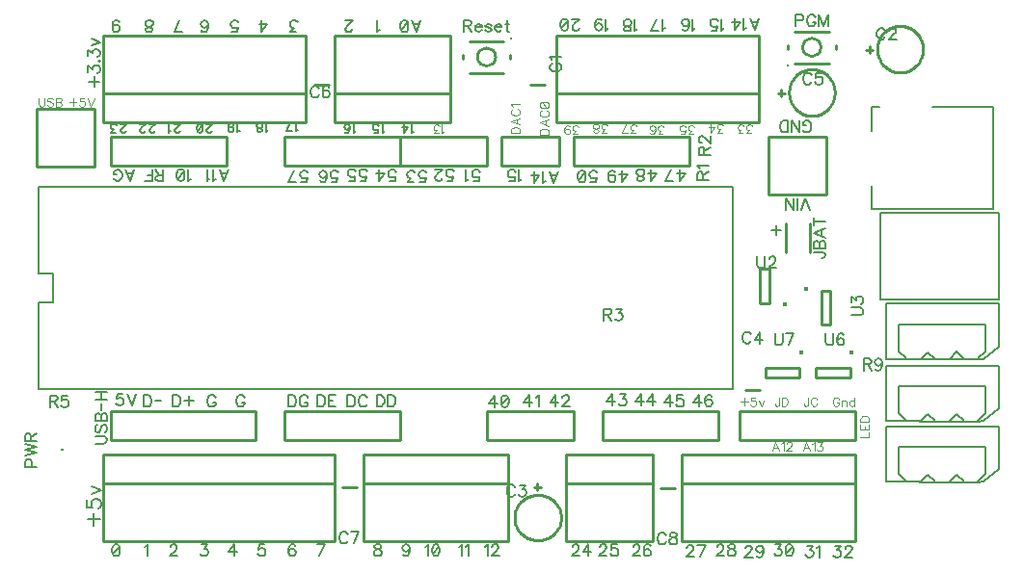
<source format=gto>
G04 DipTrace 3.0.0.2*
G04 Teensy-TC36-Breakouti.gto*
%MOIN*%
G04 #@! TF.FileFunction,Legend,Top*
G04 #@! TF.Part,Single*
%ADD10C,0.009843*%
%ADD18C,0.008*%
%ADD34C,0.005*%
%ADD38C,0.011811*%
%ADD43C,0.015395*%
%ADD48C,0.015401*%
%ADD96C,0.006176*%
%ADD97C,0.004632*%
%ADD98C,0.006562*%
%ADD99C,0.00772*%
%FSLAX26Y26*%
G04*
G70*
G90*
G75*
G01*
G04 TopSilk*
%LPD*%
X2219272Y2047341D2*
D10*
X2168130D1*
X3341772Y2156884D2*
Y2180516D1*
X3329961Y2168700D2*
X3353583D1*
X3369331Y2170670D2*
X3369523Y2176299D1*
X3370097Y2181902D1*
X3371052Y2187450D1*
X3372381Y2192916D1*
X3374080Y2198273D1*
X3376138Y2203497D1*
X3378548Y2208560D1*
X3381296Y2213439D1*
X3384369Y2218109D1*
X3387753Y2222548D1*
X3391430Y2226734D1*
X3395384Y2230648D1*
X3399594Y2234269D1*
X3404040Y2237580D1*
X3408701Y2240565D1*
X3413554Y2243210D1*
X3418574Y2245501D1*
X3423739Y2247428D1*
X3429022Y2248981D1*
X3434398Y2250152D1*
X3439840Y2250936D1*
X3445323Y2251329D1*
X3450819D1*
X3456302Y2250936D1*
X3461744Y2250152D1*
X3467120Y2248981D1*
X3472403Y2247428D1*
X3477568Y2245501D1*
X3482588Y2243210D1*
X3487441Y2240565D1*
X3492102Y2237580D1*
X3496548Y2234269D1*
X3500759Y2230648D1*
X3504712Y2226734D1*
X3508390Y2222548D1*
X3511773Y2218109D1*
X3514847Y2213439D1*
X3517595Y2208560D1*
X3520004Y2203497D1*
X3522063Y2198273D1*
X3523761Y2192916D1*
X3525091Y2187450D1*
X3526045Y2181902D1*
X3526619Y2176299D1*
X3526811Y2170670D1*
X3526619Y2165040D1*
X3526045Y2159437D1*
X3525091Y2153889D1*
X3523761Y2148423D1*
X3522063Y2143066D1*
X3520004Y2137842D1*
X3517595Y2132779D1*
X3514847Y2127900D1*
X3511773Y2123230D1*
X3508390Y2118791D1*
X3504712Y2114605D1*
X3500759Y2110691D1*
X3496548Y2107070D1*
X3492102Y2103759D1*
X3487441Y2100774D1*
X3482588Y2098129D1*
X3477568Y2095838D1*
X3472403Y2093911D1*
X3467120Y2092358D1*
X3461744Y2091187D1*
X3456302Y2090403D1*
X3450819Y2090010D1*
X3445323D1*
X3439840Y2090403D1*
X3434398Y2091187D1*
X3429022Y2092358D1*
X3423739Y2093911D1*
X3418574Y2095838D1*
X3413554Y2098129D1*
X3408701Y2100774D1*
X3404040Y2103759D1*
X3399594Y2107070D1*
X3395384Y2110691D1*
X3391430Y2114605D1*
X3387753Y2118791D1*
X3384369Y2123230D1*
X3381296Y2127900D1*
X3378548Y2132779D1*
X3376138Y2137842D1*
X3374080Y2143066D1*
X3372381Y2148423D1*
X3371052Y2153889D1*
X3370097Y2159437D1*
X3369523Y2165040D1*
X3369331Y2170670D1*
X2181884Y655630D2*
X2205516D1*
X2193700Y667441D2*
Y643819D1*
X2114961Y549331D2*
X2115157Y554824D1*
X2115746Y560289D1*
X2116725Y565702D1*
X2118087Y571035D1*
X2119828Y576262D1*
X2121938Y581357D1*
X2124408Y586297D1*
X2127225Y591057D1*
X2130375Y595613D1*
X2133843Y599944D1*
X2137613Y604028D1*
X2141665Y607846D1*
X2145980Y611379D1*
X2150538Y614609D1*
X2155315Y617522D1*
X2160289Y620102D1*
X2165436Y622338D1*
X2170729Y624217D1*
X2176144Y625732D1*
X2181655Y626875D1*
X2187233Y627640D1*
X2192853Y628023D1*
X2198486D1*
X2204106Y627640D1*
X2209684Y626875D1*
X2215195Y625732D1*
X2220610Y624217D1*
X2225904Y622338D1*
X2231050Y620102D1*
X2236024Y617522D1*
X2240801Y614609D1*
X2245359Y611379D1*
X2249674Y607846D1*
X2253726Y604028D1*
X2257496Y599944D1*
X2260964Y595613D1*
X2264114Y591057D1*
X2266931Y586297D1*
X2269401Y581357D1*
X2271511Y576262D1*
X2273252Y571035D1*
X2274614Y565702D1*
X2275593Y560289D1*
X2276182Y554824D1*
X2276378Y549331D1*
X2276182Y543838D1*
X2275593Y538372D1*
X2274614Y532960D1*
X2273252Y527627D1*
X2271511Y522400D1*
X2269401Y517304D1*
X2266931Y512365D1*
X2264114Y507605D1*
X2260964Y503049D1*
X2257496Y498718D1*
X2253726Y494633D1*
X2249674Y490816D1*
X2245359Y487283D1*
X2240801Y484052D1*
X2236024Y481140D1*
X2231050Y478560D1*
X2225904Y476324D1*
X2220610Y474445D1*
X2215195Y472930D1*
X2209684Y471787D1*
X2204106Y471022D1*
X2198486Y470639D1*
X2192853D1*
X2187233Y471022D1*
X2181655Y471787D1*
X2176144Y472930D1*
X2170729Y474445D1*
X2165436Y476324D1*
X2160289Y478560D1*
X2155315Y481140D1*
X2150538Y484052D1*
X2145980Y487283D1*
X2141665Y490816D1*
X2137613Y494633D1*
X2133843Y498718D1*
X2130375Y503049D1*
X2127225Y507605D1*
X2124408Y512365D1*
X2121938Y517304D1*
X2119828Y522400D1*
X2118087Y527627D1*
X2116725Y532960D1*
X2115746Y538372D1*
X2115157Y543838D1*
X2114961Y549331D1*
X2964272Y992341D2*
X2913130D1*
X3036772Y2006884D2*
Y2030516D1*
X3024961Y2018700D2*
X3048583D1*
X3064331Y2020670D2*
X3064523Y2026299D1*
X3065097Y2031902D1*
X3066052Y2037450D1*
X3067381Y2042916D1*
X3069080Y2048273D1*
X3071138Y2053497D1*
X3073548Y2058560D1*
X3076296Y2063439D1*
X3079369Y2068109D1*
X3082753Y2072548D1*
X3086430Y2076734D1*
X3090384Y2080648D1*
X3094594Y2084269D1*
X3099040Y2087580D1*
X3103701Y2090565D1*
X3108554Y2093210D1*
X3113574Y2095501D1*
X3118739Y2097428D1*
X3124022Y2098981D1*
X3129398Y2100152D1*
X3134840Y2100936D1*
X3140323Y2101329D1*
X3145819D1*
X3151302Y2100936D1*
X3156744Y2100152D1*
X3162120Y2098981D1*
X3167403Y2097428D1*
X3172568Y2095501D1*
X3177588Y2093210D1*
X3182441Y2090565D1*
X3187102Y2087580D1*
X3191548Y2084269D1*
X3195759Y2080648D1*
X3199712Y2076734D1*
X3203390Y2072548D1*
X3206773Y2068109D1*
X3209847Y2063439D1*
X3212595Y2058560D1*
X3215004Y2053497D1*
X3217063Y2048273D1*
X3218761Y2042916D1*
X3220091Y2037450D1*
X3221045Y2031902D1*
X3221619Y2026299D1*
X3221811Y2020670D1*
X3221619Y2015040D1*
X3221045Y2009437D1*
X3220091Y2003889D1*
X3218761Y1998423D1*
X3217063Y1993066D1*
X3215004Y1987842D1*
X3212595Y1982779D1*
X3209847Y1977900D1*
X3206773Y1973230D1*
X3203390Y1968791D1*
X3199712Y1964605D1*
X3195759Y1960691D1*
X3191548Y1957070D1*
X3187102Y1953759D1*
X3182441Y1950774D1*
X3177588Y1948129D1*
X3172568Y1945838D1*
X3167403Y1943911D1*
X3162120Y1942358D1*
X3156744Y1941187D1*
X3151302Y1940403D1*
X3145819Y1940010D1*
X3140323D1*
X3134840Y1940403D1*
X3129398Y1941187D1*
X3124022Y1942358D1*
X3118739Y1943911D1*
X3113574Y1945838D1*
X3108554Y1948129D1*
X3103701Y1950774D1*
X3099040Y1953759D1*
X3094594Y1957070D1*
X3090384Y1960691D1*
X3086430Y1964605D1*
X3082753Y1968791D1*
X3079369Y1973230D1*
X3076296Y1977900D1*
X3073548Y1982779D1*
X3071138Y1987842D1*
X3069080Y1993066D1*
X3067381Y1998423D1*
X3066052Y2003889D1*
X3065097Y2009437D1*
X3064523Y2015040D1*
X3064331Y2020670D1*
X1474272Y2047341D2*
X1423130D1*
X1518130Y655061D2*
X1569272D1*
X2618130Y652462D2*
X2669272D1*
X2958701Y2018701D2*
Y2218701D1*
X2258701Y2018701D2*
Y2218701D1*
X2958701D1*
X2258701Y2018701D2*
X2958701D1*
X1493701D2*
X1893701D1*
X1493701Y2218701D2*
X1893701D1*
X1493701Y2018701D2*
Y2218701D1*
X1893701Y2018701D2*
Y2218701D1*
X1393701Y2018701D2*
Y2218701D1*
X693701Y2018701D2*
Y2218701D1*
X1393701D1*
X693701Y2018701D2*
X1393701D1*
X1493701Y468701D2*
Y668701D1*
X693701Y468701D2*
Y668701D1*
Y468701D2*
X1493701D1*
X693701Y668701D2*
X1493701D1*
X1593701Y468701D2*
X2093701D1*
X1593701Y668701D2*
X2093701D1*
X1593701Y468701D2*
Y668701D1*
X2093701Y468701D2*
Y668701D1*
X2693701Y468701D2*
X3293701D1*
Y668701D1*
X2693701D2*
X3293701D1*
X2693701Y468701D2*
Y668701D1*
X2402001Y468701D2*
X2593701D1*
X2293701D2*
X2593701D1*
X2293701Y668701D2*
X2593701D1*
X2293701Y468701D2*
Y668701D1*
X2593701Y468701D2*
Y668701D1*
X3348700Y1970856D2*
D18*
Y1888168D1*
X3769974Y1970856D2*
X3561323D1*
X3348700D2*
X3376248D1*
X3769974Y1616536D2*
X3348700D1*
Y1699224D1*
X3769974Y1616536D2*
Y1970856D1*
X463701Y1963701D2*
D10*
X663701D1*
X463701Y1763701D2*
Y1963701D1*
X663701Y1763701D2*
Y1963701D1*
X463701Y1763701D2*
X663701D1*
X3788583Y1290748D2*
D34*
X3398819D1*
Y1097836D1*
X3517697Y1097701D2*
X3567704D1*
X3617710D1*
X3667717D1*
X3717685D1*
X3737017Y1097720D1*
X3788583Y1141137D1*
Y1290748D1*
X3668692Y1098705D2*
X3643708Y1123704D1*
X3618685Y1098705D1*
X3568717Y1097836D2*
X3543694Y1121697D1*
X3518710Y1097836D1*
X3468704D1*
X3401976D1*
X3469717Y1099709D2*
X3443720Y1124708D1*
X3443681Y1218703D1*
X3743721D1*
X3743682Y1125693D1*
X3715697Y1100693D1*
X3788583Y1075748D2*
X3398819D1*
Y882836D1*
X3517697Y882701D2*
X3567704D1*
X3617710D1*
X3667717D1*
X3717685D1*
X3737017Y882720D1*
X3788583Y926137D1*
Y1075748D1*
X3668692Y883705D2*
X3643708Y908704D1*
X3618685Y883705D1*
X3568717Y882836D2*
X3543694Y906697D1*
X3518710Y882836D1*
X3468704D1*
X3401976D1*
X3469717Y884709D2*
X3443720Y909708D1*
X3443681Y1003703D1*
X3743721D1*
X3743682Y910693D1*
X3715697Y885693D1*
X3788583Y865748D2*
X3398819D1*
Y672836D1*
X3517697Y672701D2*
X3567704D1*
X3617710D1*
X3667717D1*
X3717685D1*
X3737017Y672720D1*
X3788583Y716137D1*
Y865748D1*
X3668692Y673705D2*
X3643708Y698704D1*
X3618685Y673705D1*
X3568717Y672836D2*
X3543694Y696697D1*
X3518710Y672836D1*
X3468704D1*
X3401976D1*
X3469717Y674709D2*
X3443720Y699708D1*
X3443681Y793703D1*
X3743721D1*
X3743682Y700693D1*
X3715697Y675693D1*
X3135827Y1568701D2*
D10*
Y1468701D1*
X3051575Y1568701D2*
Y1468701D1*
X693701Y768701D2*
X1493701D1*
X693701Y668701D2*
Y768701D1*
Y668701D2*
X1493701D1*
Y768701D1*
X1593701D2*
Y668701D1*
X2093701Y768701D2*
X1593701D1*
X2093701Y668701D2*
X1593701D1*
X2093701Y768701D2*
Y668701D1*
X2693701D2*
X3293701D1*
X2693701Y768701D2*
X3293701D1*
X2693701Y668701D2*
Y768701D1*
X3293701Y668701D2*
Y768701D1*
X2818701Y818701D2*
Y918701D1*
X2418701Y818701D2*
X2818701D1*
X2418701Y918701D2*
X2818701D1*
X2418701Y818701D2*
Y918701D1*
X2258701Y2018701D2*
Y1918701D1*
X2958701Y2018701D2*
X2258701D1*
X2958701D2*
Y1918701D1*
X2258701D1*
X2018701Y818701D2*
Y918701D1*
X2318701D1*
Y818701D2*
Y918701D1*
X2018701Y818701D2*
X2318701D1*
X1893701Y1918701D2*
Y2018701D1*
X1493701Y1918701D2*
X1893701D1*
X1493701Y2018701D2*
X1893701D1*
X1493701Y1918701D2*
Y2018701D1*
X1393701Y1918701D2*
Y2018701D1*
X693701Y1918701D2*
X1393701D1*
X693701D2*
Y2018701D1*
X1393701D1*
X1318701Y1868701D2*
Y1768701D1*
X1718701Y1868701D2*
X1318701D1*
X1718701Y1768701D2*
X1318701D1*
X1718701Y1868701D2*
Y1768701D1*
X2018701Y1868701D2*
Y1768701D1*
X1718701D1*
Y1868701D2*
Y1768701D1*
X2018701Y1868701D2*
X1718701D1*
X2318701D2*
Y1768701D1*
X2718701Y1868701D2*
X2318701D1*
X2718701Y1768701D2*
X2318701D1*
X2718701Y1868701D2*
Y1768701D1*
X1118701D2*
Y1868701D1*
X718701Y1768701D2*
X1118701D1*
X718701Y1868701D2*
X1118701D1*
X718701Y1768701D2*
Y1868701D1*
X2068701D2*
Y1768701D1*
X2268701Y1868701D2*
X2068701D1*
X2268701D2*
Y1768701D1*
X2068701D1*
X2293701Y668701D2*
Y768701D1*
X2593701D1*
Y668701D2*
Y768701D1*
X2293701Y668701D2*
X2593701D1*
X1318701Y918701D2*
Y818701D1*
X1718701Y918701D2*
X1318701D1*
X1718701Y818701D2*
X1318701D1*
X1718701Y918701D2*
Y818701D1*
X2893701Y918701D2*
Y818701D1*
X3293701Y918701D2*
X2893701D1*
X3293701Y818701D2*
X2893701D1*
X3293701Y918701D2*
Y818701D1*
X718701Y918701D2*
Y818701D1*
X1218701Y918701D2*
X718701D1*
X1218701Y818701D2*
X718701D1*
X1218701Y918701D2*
Y818701D1*
X2993701Y1868701D2*
X3193701D1*
X2993701Y1668701D2*
Y1868701D1*
X3193701Y1668701D2*
Y1868701D1*
X2993701Y1668701D2*
X3193701D1*
X3111496Y2177204D2*
G02X3111496Y2177204I31496J0D01*
G01*
X3202047Y2232323D2*
X3083937D1*
X3202047Y2122085D2*
X3182362D1*
X3083937D1*
X3225670Y2171295D2*
Y2183114D1*
X3060315Y2171295D2*
Y2183114D1*
D38*
X3058347Y2114210D3*
G36*
X547362Y787638D2*
X555236D1*
Y779764D1*
X547362D1*
Y787638D1*
G37*
X1987205Y2143702D2*
D10*
G02X1987205Y2143702I31496J0D01*
G01*
X1959646Y2088583D2*
X2077756D1*
X1959646Y2198820D2*
X1979331D1*
X2077756D1*
X1936024Y2149611D2*
Y2137792D1*
X2101378Y2149611D2*
Y2137792D1*
D38*
X2103347Y2206695D3*
D43*
X3050326Y1286787D3*
X2996261Y1292050D2*
D10*
Y1410158D1*
X2964770Y1292050D2*
Y1410158D1*
X2996261D2*
X2964770D1*
X2996261Y1292050D2*
X2964770D1*
D43*
X3122076Y1340615D3*
X3176141Y1335352D2*
D10*
Y1217244D1*
X3207632Y1335352D2*
Y1217244D1*
X3176141D2*
X3207632D1*
X3176141Y1335352D2*
X3207632D1*
X518621Y1293721D2*
D18*
Y1393681D1*
X468701D1*
Y1693701D1*
X2868701D1*
Y993701D1*
X468701D1*
Y1293721D1*
X518621D1*
X3788701Y1603701D2*
D34*
X3378701D1*
X3788701Y1303701D2*
Y1603701D1*
X3378701Y1303701D2*
Y1603701D1*
X3788701Y1303701D2*
X3378701D1*
D48*
X3280615Y1120326D3*
X3275352Y1066261D2*
D10*
X3157244D1*
X3275352Y1034770D2*
X3157244D1*
Y1066261D2*
Y1034770D1*
X3275352Y1066261D2*
Y1034770D1*
D48*
X3105615Y1120326D3*
X3100352Y1066261D2*
D10*
X2982244D1*
X3100352Y1034770D2*
X2982244D1*
Y1066261D2*
Y1034770D1*
X3100352Y1066261D2*
Y1034770D1*
X2246346Y2121593D2*
D96*
X2242544Y2119692D1*
X2238697Y2115845D1*
X2236796Y2112042D1*
Y2104393D1*
X2238697Y2100546D1*
X2242544Y2096744D1*
X2246346Y2094798D1*
X2252094Y2092897D1*
X2261689D1*
X2267393Y2094798D1*
X2271240Y2096744D1*
X2275042Y2100546D1*
X2276988Y2104393D1*
Y2112042D1*
X2275042Y2115845D1*
X2271240Y2119692D1*
X2267393Y2121593D1*
X2244489Y2133944D2*
X2242544Y2137791D1*
X2236840Y2143539D1*
X2276988D1*
X3396586Y2234697D2*
X3394685Y2238500D1*
X3390838Y2242347D1*
X3387036Y2244248D1*
X3379386D1*
X3375540Y2242347D1*
X3371737Y2238500D1*
X3369792Y2234697D1*
X3367890Y2228949D1*
Y2219355D1*
X3369792Y2213651D1*
X3371737Y2209804D1*
X3375540Y2206001D1*
X3379386Y2204056D1*
X3387036D1*
X3390838Y2206001D1*
X3394685Y2209804D1*
X3396586Y2213651D1*
X3410883Y2234653D2*
Y2236554D1*
X3412784Y2240401D1*
X3414686Y2242302D1*
X3418532Y2244204D1*
X3426182D1*
X3429984Y2242302D1*
X3431885Y2240401D1*
X3433831Y2236554D1*
Y2232752D1*
X3431885Y2228905D1*
X3428083Y2223201D1*
X3408938Y2204056D1*
X3435732D1*
X2117019Y653182D2*
X2115118Y656984D1*
X2111271Y660831D1*
X2107469Y662732D1*
X2099819D1*
X2095973Y660831D1*
X2092170Y656984D1*
X2090225Y653182D1*
X2088323Y647434D1*
Y637839D1*
X2090225Y632135D1*
X2092170Y628288D1*
X2095973Y624486D1*
X2099819Y622540D1*
X2107469D1*
X2111271Y624486D1*
X2115118Y628288D1*
X2117019Y632135D1*
X2133217Y662688D2*
X2154220D1*
X2142768Y647390D1*
X2148516D1*
X2152319Y645488D1*
X2154220Y643587D1*
X2156165Y637839D1*
Y634037D1*
X2154220Y628288D1*
X2150417Y624442D1*
X2144669Y622540D1*
X2138921D1*
X2133217Y624442D1*
X2131316Y626387D1*
X2129371Y630190D1*
X2932525Y1183123D2*
X2930624Y1186925D1*
X2926777Y1190772D1*
X2922975Y1192673D1*
X2915325D1*
X2911479Y1190772D1*
X2907676Y1186925D1*
X2905731Y1183123D1*
X2903829Y1177375D1*
Y1167780D1*
X2905731Y1162076D1*
X2907676Y1158229D1*
X2911479Y1154427D1*
X2915325Y1152481D1*
X2922975D1*
X2926777Y1154427D1*
X2930624Y1158229D1*
X2932525Y1162076D1*
X2964022Y1152481D2*
Y1192629D1*
X2944877Y1165878D1*
X2973573D1*
X3141586Y2079697D2*
X3139685Y2083500D1*
X3135838Y2087347D1*
X3132036Y2089248D1*
X3124386D1*
X3120540Y2087347D1*
X3116737Y2083500D1*
X3114792Y2079697D1*
X3112890Y2073949D1*
Y2064355D1*
X3114792Y2058651D1*
X3116737Y2054804D1*
X3120540Y2051001D1*
X3124386Y2049056D1*
X3132036D1*
X3135838Y2051001D1*
X3139685Y2054804D1*
X3141586Y2058651D1*
X3176885Y2089204D2*
X3157784D1*
X3155883Y2072004D1*
X3157784Y2073905D1*
X3163532Y2075851D1*
X3169236D1*
X3174984Y2073905D1*
X3178831Y2070103D1*
X3180732Y2064355D1*
Y2060552D1*
X3178831Y2054804D1*
X3174984Y2050957D1*
X3169236Y2049056D1*
X3163532D1*
X3157784Y2050957D1*
X3155883Y2052903D1*
X3153938Y2056705D1*
X1439449Y2034224D2*
X1437547Y2038026D1*
X1433701Y2041873D1*
X1429898Y2043774D1*
X1422249D1*
X1418402Y2041873D1*
X1414599Y2038026D1*
X1412654Y2034224D1*
X1410753Y2028476D1*
Y2018881D1*
X1412654Y2013177D1*
X1414599Y2009330D1*
X1418402Y2005528D1*
X1422249Y2003582D1*
X1429898D1*
X1433701Y2005528D1*
X1437547Y2009330D1*
X1439449Y2013177D1*
X1474748Y2038026D2*
X1472847Y2041829D1*
X1467099Y2043730D1*
X1463296D1*
X1457548Y2041829D1*
X1453701Y2036081D1*
X1451800Y2026530D1*
Y2016980D1*
X1453701Y2009330D1*
X1457548Y2005484D1*
X1463296Y2003582D1*
X1465197D1*
X1470901Y2005484D1*
X1474748Y2009330D1*
X1476649Y2015079D1*
Y2016980D1*
X1474748Y2022728D1*
X1470901Y2026530D1*
X1465197Y2028432D1*
X1463296D1*
X1457548Y2026530D1*
X1453701Y2022728D1*
X1451800Y2016980D1*
X1538476Y490190D2*
X1536575Y493992D1*
X1532728Y497839D1*
X1528925Y499740D1*
X1521276D1*
X1517429Y497839D1*
X1513627Y493992D1*
X1511681Y490190D1*
X1509780Y484442D1*
Y474847D1*
X1511681Y469143D1*
X1513627Y465296D1*
X1517429Y461494D1*
X1521276Y459548D1*
X1528925D1*
X1532728Y461494D1*
X1536575Y465296D1*
X1538476Y469143D1*
X1558477Y459548D2*
X1577622Y499696D1*
X1550827D1*
X2638498Y487591D2*
X2636597Y491394D1*
X2632750Y495241D1*
X2628947Y497142D1*
X2621298D1*
X2617451Y495241D1*
X2613649Y491394D1*
X2611703Y487591D1*
X2609802Y481843D1*
Y472249D1*
X2611703Y466545D1*
X2613649Y462698D1*
X2617451Y458895D1*
X2621298Y456950D1*
X2628947D1*
X2632750Y458895D1*
X2636597Y462698D1*
X2638498Y466545D1*
X2660400Y497098D2*
X2654696Y495196D1*
X2652751Y491394D1*
Y487547D1*
X2654696Y483745D1*
X2658499Y481799D1*
X2666148Y479898D1*
X2671896Y477997D1*
X2675699Y474150D1*
X2677600Y470347D1*
Y464599D1*
X2675699Y460797D1*
X2673797Y458851D1*
X2668049Y456950D1*
X2660400D1*
X2654696Y458851D1*
X2652751Y460797D1*
X2650849Y464599D1*
Y470347D1*
X2652751Y474150D1*
X2656597Y477997D1*
X2662301Y479898D1*
X2669951Y481799D1*
X2673797Y483745D1*
X2675699Y487547D1*
Y491394D1*
X2673797Y495196D1*
X2668049Y497098D1*
X2660400D1*
X3149394Y1467631D2*
X3179991D1*
X3185739Y1465730D1*
X3187641Y1463785D1*
X3189586Y1459982D1*
Y1456135D1*
X3187640Y1452333D1*
X3185739Y1450431D1*
X3179991Y1448486D1*
X3176189D1*
X3149394Y1479983D2*
X3189586D1*
Y1497227D1*
X3187640Y1502975D1*
X3185739Y1504876D1*
X3181937Y1506777D1*
X3176189D1*
X3172342Y1504876D1*
X3170441Y1502975D1*
X3168539Y1497227D1*
X3166594Y1502975D1*
X3164693Y1504876D1*
X3160890Y1506777D1*
X3157043D1*
X3153241Y1504876D1*
X3151295Y1502975D1*
X3149394Y1497227D1*
Y1479983D1*
X3168539D2*
Y1497227D1*
X3189586Y1549770D2*
X3149394Y1534427D1*
X3189586Y1519129D1*
X3176189Y1524877D2*
Y1544022D1*
X3149394Y1575519D2*
X3189586D1*
X3149394Y1562122D2*
Y1588916D1*
X3087597Y2269855D2*
X3104841D1*
X3110545Y2271756D1*
X3112490Y2273702D1*
X3114392Y2277504D1*
Y2283252D1*
X3112490Y2287055D1*
X3110545Y2289000D1*
X3104841Y2290902D1*
X3087597D1*
Y2250710D1*
X3155439Y2281351D2*
X3153538Y2285153D1*
X3149691Y2289000D1*
X3145888Y2290902D1*
X3138239D1*
X3134392Y2289000D1*
X3130590Y2285153D1*
X3128644Y2281351D1*
X3126743Y2275603D1*
Y2266008D1*
X3128644Y2260304D1*
X3130590Y2256458D1*
X3134392Y2252655D1*
X3138239Y2250710D1*
X3145888D1*
X3149691Y2252655D1*
X3153538Y2256458D1*
X3155439Y2260304D1*
Y2266008D1*
X3145888D1*
X3198388Y2250710D2*
Y2290902D1*
X3183089Y2250710D1*
X3167790Y2290902D1*
Y2250710D1*
X444870Y725410D2*
Y742654D1*
X442969Y748358D1*
X441023Y750303D1*
X437221Y752204D1*
X431473D1*
X427670Y750303D1*
X425725Y748358D1*
X423823Y742654D1*
Y725410D1*
X464015D1*
X423823Y764556D2*
X464015Y774150D1*
X423823Y783701D1*
X464015Y793252D1*
X423823Y802846D1*
X442969Y815198D2*
Y832398D1*
X441023Y838146D1*
X439122Y840091D1*
X435319Y841992D1*
X431473D1*
X427670Y840091D1*
X425725Y838146D1*
X423823Y832398D1*
Y815198D1*
X464015D1*
X442969Y828595D2*
X464015Y841992D1*
X2766276Y1719331D2*
Y1736531D1*
X2764330Y1742279D1*
X2762429Y1744224D1*
X2758627Y1746125D1*
X2754780D1*
X2750977Y1744224D1*
X2749032Y1742279D1*
X2747130Y1736531D1*
Y1719331D1*
X2787322D1*
X2766276Y1732728D2*
X2787322Y1746125D1*
X2754824Y1758477D2*
X2752879Y1762323D1*
X2747175Y1768072D1*
X2787322Y1768071D1*
X2771276Y1805731D2*
Y1822931D1*
X2769330Y1828679D1*
X2767429Y1830624D1*
X2763627Y1832525D1*
X2759780D1*
X2755977Y1830624D1*
X2754032Y1828679D1*
X2752130Y1822931D1*
Y1805731D1*
X2792322D1*
X2771276Y1819128D2*
X2792322Y1832525D1*
X2761725Y1846822D2*
X2759824D1*
X2755977Y1848724D1*
X2754076Y1850625D1*
X2752175Y1854472D1*
Y1862121D1*
X2754076Y1865923D1*
X2755977Y1867825D1*
X2759824Y1869770D1*
X2763627D1*
X2767473Y1867825D1*
X2773177Y1864022D1*
X2792322Y1844877D1*
Y1871671D1*
X2423329Y1252662D2*
X2440529D1*
X2446277Y1254607D1*
X2448222Y1256508D1*
X2450124Y1260311D1*
Y1264158D1*
X2448222Y1267960D1*
X2446277Y1269906D1*
X2440529Y1271807D1*
X2423329D1*
Y1231615D1*
X2436726Y1252662D2*
X2450124Y1231615D1*
X2466322Y1271763D2*
X2487324D1*
X2475872Y1256464D1*
X2481620D1*
X2485423Y1254563D1*
X2487324Y1252662D1*
X2489270Y1246914D1*
Y1243111D1*
X2487324Y1237363D1*
X2483522Y1233516D1*
X2477774Y1231615D1*
X2472026D1*
X2466322Y1233516D1*
X2464421Y1235462D1*
X2462475Y1239264D1*
X508132Y952662D2*
X525332D1*
X531080Y954607D1*
X533026Y956508D1*
X534927Y960311D1*
Y964158D1*
X533026Y967960D1*
X531080Y969906D1*
X525332Y971807D1*
X508132D1*
Y931615D1*
X521530Y952662D2*
X534927Y931615D1*
X570226Y971763D2*
X551125D1*
X549224Y954563D1*
X551125Y956464D1*
X556873Y958410D1*
X562577D1*
X568325Y956464D1*
X572172Y952662D1*
X574073Y946914D1*
Y943111D1*
X572172Y937363D1*
X568325Y933516D1*
X562577Y931615D1*
X556873D1*
X551125Y933516D1*
X549224Y935462D1*
X547278Y939264D1*
X3321681Y1080398D2*
X3338881D1*
X3344629Y1082344D1*
X3346575Y1084245D1*
X3348476Y1088047D1*
Y1091894D1*
X3346575Y1095697D1*
X3344629Y1097642D1*
X3338881Y1099543D1*
X3321681D1*
Y1059351D1*
X3335079Y1080398D2*
X3348476Y1059351D1*
X3385721Y1086146D2*
X3383775Y1080398D1*
X3379973Y1076551D1*
X3374225Y1074650D1*
X3372323D1*
X3366575Y1076551D1*
X3362773Y1080398D1*
X3360827Y1086146D1*
Y1088047D1*
X3362773Y1093795D1*
X3366575Y1097598D1*
X3372323Y1099499D1*
X3374225D1*
X3379973Y1097598D1*
X3383775Y1093795D1*
X3385721Y1086146D1*
Y1076551D1*
X3383775Y1067001D1*
X3379973Y1061253D1*
X3374225Y1059351D1*
X3370422D1*
X3364674Y1061253D1*
X3362773Y1065100D1*
X1939480Y2252032D2*
X1956680D1*
X1962428Y2253977D1*
X1964374Y2255878D1*
X1966275Y2259681D1*
Y2263528D1*
X1964374Y2267330D1*
X1962428Y2269276D1*
X1956680Y2271177D1*
X1939480D1*
Y2230985D1*
X1952878Y2252032D2*
X1966275Y2230985D1*
X1978626Y2246284D2*
X2001574D1*
Y2250130D1*
X1999673Y2253977D1*
X1997772Y2255878D1*
X1993925Y2257780D1*
X1988177D1*
X1984374Y2255878D1*
X1980528Y2252032D1*
X1978626Y2246284D1*
Y2242481D1*
X1980528Y2236733D1*
X1984374Y2232931D1*
X1988177Y2230985D1*
X1993925D1*
X1997772Y2232931D1*
X2001574Y2236733D1*
X2034972Y2252032D2*
X2033071Y2255878D1*
X2027323Y2257780D1*
X2021575D1*
X2015827Y2255878D1*
X2013926Y2252032D1*
X2015827Y2248229D1*
X2019674Y2246284D1*
X2029224Y2244382D1*
X2033071Y2242481D1*
X2034972Y2238634D1*
Y2236733D1*
X2033071Y2232931D1*
X2027323Y2230985D1*
X2021575D1*
X2015827Y2232931D1*
X2013926Y2236733D1*
X2047324Y2246284D2*
X2070272D1*
Y2250130D1*
X2068370Y2253977D1*
X2066469Y2255878D1*
X2062622Y2257780D1*
X2056874D1*
X2053072Y2255878D1*
X2049225Y2252032D1*
X2047324Y2246284D1*
Y2242481D1*
X2049225Y2236733D1*
X2053072Y2232931D1*
X2056874Y2230985D1*
X2062622D1*
X2066469Y2232931D1*
X2070272Y2236733D1*
X2088371Y2271177D2*
Y2238634D1*
X2090272Y2232931D1*
X2094119Y2230985D1*
X2097922D1*
X2082623Y2257780D2*
X2096020D1*
X2953916Y1453736D2*
Y1425040D1*
X2955817Y1419292D1*
X2959664Y1415490D1*
X2965412Y1413544D1*
X2969214D1*
X2974962Y1415490D1*
X2978809Y1419292D1*
X2980710Y1425040D1*
Y1453736D1*
X2995007Y1444141D2*
Y1446043D1*
X2996908Y1449889D1*
X2998810Y1451791D1*
X3002657Y1453692D1*
X3010306D1*
X3014108Y1451791D1*
X3016010Y1449889D1*
X3017955Y1446043D1*
Y1442240D1*
X3016010Y1438393D1*
X3012207Y1432690D1*
X2993062Y1413544D1*
X3019856D1*
X3280221Y1249810D2*
X3308917D1*
X3314665Y1251711D1*
X3318467Y1255558D1*
X3320413Y1261306D1*
Y1265108D1*
X3318467Y1270856D1*
X3314665Y1274703D1*
X3308917Y1276604D1*
X3280221D1*
X3280265Y1292802D2*
Y1313805D1*
X3295564Y1302353D1*
Y1308101D1*
X3297465Y1311903D1*
X3299366Y1313805D1*
X3305114Y1315750D1*
X3308917D1*
X3314665Y1313805D1*
X3318511Y1310002D1*
X3320413Y1304254D1*
Y1298506D1*
X3318511Y1292802D1*
X3316566Y1290901D1*
X3312763Y1288955D1*
X3190782Y1186602D2*
Y1157906D1*
X3192683Y1152158D1*
X3196530Y1148356D1*
X3202278Y1146410D1*
X3206081D1*
X3211829Y1148356D1*
X3215676Y1152158D1*
X3217577Y1157906D1*
Y1186602D1*
X3252876Y1180854D2*
X3250975Y1184657D1*
X3245227Y1186558D1*
X3241424D1*
X3235676Y1184657D1*
X3231829Y1178909D1*
X3229928Y1169358D1*
Y1159808D1*
X3231829Y1152158D1*
X3235676Y1148312D1*
X3241424Y1146410D1*
X3243326D1*
X3249029Y1148312D1*
X3252876Y1152158D1*
X3254777Y1157906D1*
Y1159808D1*
X3252876Y1165556D1*
X3249029Y1169358D1*
X3243326Y1171259D1*
X3241424D1*
X3235676Y1169358D1*
X3231829Y1165556D1*
X3229928Y1159808D1*
X3014809Y1186602D2*
Y1157906D1*
X3016711Y1152158D1*
X3020557Y1148356D1*
X3026305Y1146410D1*
X3030108D1*
X3035856Y1148356D1*
X3039703Y1152158D1*
X3041604Y1157906D1*
Y1186602D1*
X3061605Y1146410D2*
X3080750Y1186558D1*
X3053955D1*
X1924429Y449300D2*
X1928276Y451246D1*
X1934024Y456949D1*
Y416802D1*
X1946375Y449300D2*
X1950222Y451246D1*
X1955970Y456949D1*
Y416802D1*
X2012929Y448800D2*
X2016776Y450746D1*
X2022524Y456449D1*
Y416302D1*
X2036821Y446899D2*
Y448800D1*
X2038722Y452647D1*
X2040623Y454548D1*
X2044470Y456449D1*
X2052120D1*
X2055922Y454548D1*
X2057823Y452647D1*
X2059769Y448800D1*
Y444998D1*
X2057823Y441151D1*
X2054021Y435447D1*
X2034875Y416302D1*
X2061670D1*
X1871441Y1885360D2*
D97*
X1868556Y1883901D1*
X1864245Y1879623D1*
Y1909734D1*
X1852097Y1879623D2*
X1836345D1*
X1844934Y1891097D1*
X1840623D1*
X1837771Y1892523D1*
X1836345Y1893949D1*
X1834886Y1898260D1*
Y1901112D1*
X1836345Y1905423D1*
X1839197Y1908308D1*
X1843508Y1909734D1*
X1847819D1*
X1852097Y1908308D1*
X1853523Y1906849D1*
X1854982Y1903997D1*
X1361359Y2230491D2*
D96*
X1340357D1*
X1351809Y2245789D1*
X1346061D1*
X1342258Y2247691D1*
X1340357Y2249592D1*
X1338412Y2255340D1*
Y2259142D1*
X1340357Y2264890D1*
X1344160Y2268737D1*
X1349908Y2270639D1*
X1355656Y2270638D1*
X1361359Y2268737D1*
X1363261Y2266792D1*
X1365206Y2262989D1*
X1759565Y2270638D2*
X1774908Y2230446D1*
X1790206Y2270638D1*
X1784458Y2257241D2*
X1765313D1*
X1735717Y2230491D2*
X1741465Y2232392D1*
X1745312Y2238140D1*
X1747213Y2247691D1*
Y2253439D1*
X1745312Y2262989D1*
X1741465Y2268737D1*
X1735717Y2270638D1*
X1731915D1*
X1726167Y2268737D1*
X1722364Y2262989D1*
X1720419Y2253439D1*
Y2247691D1*
X1722364Y2238140D1*
X1726167Y2232392D1*
X1731915Y2230491D1*
X1735717D1*
X1722364Y2238140D2*
X1745312Y2262989D1*
X996206Y1722140D2*
X992359Y1720194D1*
X986611Y1714491D1*
Y1754638D1*
X962764Y1714491D2*
X968512Y1716392D1*
X972359Y1722140D1*
X974260Y1731691D1*
Y1737439D1*
X972359Y1746989D1*
X968512Y1752737D1*
X962764Y1754638D1*
X958962D1*
X953213Y1752737D1*
X949411Y1746989D1*
X947465Y1737439D1*
Y1731691D1*
X949411Y1722140D1*
X953213Y1716392D1*
X958961Y1714491D1*
X962764D1*
X949411Y1722140D2*
X972359Y1746989D1*
X1095565Y1754638D2*
X1110908Y1714446D1*
X1126206Y1754638D1*
X1120458Y1741241D2*
X1101313D1*
X1083213Y1722140D2*
X1079367Y1720195D1*
X1073619Y1714491D1*
Y1754638D1*
X1061267Y1722140D2*
X1057421Y1720195D1*
X1051672Y1714491D1*
X1051673Y1754638D1*
X1682722Y1713026D2*
X1701823D1*
X1703724Y1730226D1*
X1701823Y1728325D1*
X1696075Y1726379D1*
X1690371D1*
X1684623Y1728325D1*
X1680776Y1732127D1*
X1678875Y1737875D1*
Y1741678D1*
X1680776Y1747426D1*
X1684623Y1751273D1*
X1690371Y1753174D1*
X1696075D1*
X1701823Y1751273D1*
X1703724Y1749327D1*
X1705669Y1745525D1*
X1647378Y1753174D2*
Y1713026D1*
X1666523Y1739777D1*
X1637828D1*
X1068555Y1889214D2*
D98*
Y1887788D1*
X1067129Y1884903D1*
X1065703Y1883477D1*
X1062818Y1882052D1*
X1057081D1*
X1054230Y1883477D1*
X1052804Y1884903D1*
X1051344Y1887789D1*
X1051345Y1890640D1*
X1052804Y1893526D1*
X1055656Y1897803D1*
X1070015Y1912162D1*
X1049919D1*
X1028173Y1882052D2*
X1032484Y1883478D1*
X1035369Y1887789D1*
X1036795Y1894951D1*
Y1899262D1*
X1035369Y1906425D1*
X1032484Y1910736D1*
X1028173Y1912162D1*
X1025321D1*
X1021010Y1910736D1*
X1018158Y1906425D1*
X1016699Y1899262D1*
Y1894951D1*
X1018158Y1887789D1*
X1021010Y1883478D1*
X1025321Y1882052D1*
X1028173D1*
X1018158Y1887789D2*
X1035369Y1906425D1*
X958555Y1889214D2*
Y1887788D1*
X957129Y1884903D1*
X955703Y1883477D1*
X952818Y1882052D1*
X947081D1*
X944230Y1883477D1*
X942804Y1884903D1*
X941344Y1887789D1*
X941345Y1890640D1*
X942804Y1893526D1*
X945656Y1897803D1*
X960015Y1912162D1*
X939919D1*
X926795Y1887789D2*
X923910Y1886329D1*
X919599Y1882052D1*
Y1912162D1*
X870555Y1889214D2*
Y1887788D1*
X869129Y1884903D1*
X867703Y1883477D1*
X864818Y1882052D1*
X859081D1*
X856230Y1883477D1*
X854804Y1884903D1*
X853344Y1887789D1*
X853345Y1890640D1*
X854804Y1893526D1*
X857656Y1897803D1*
X872015Y1912162D1*
X851919D1*
X837336Y1889214D2*
Y1887789D1*
X835910Y1884903D1*
X834484Y1883478D1*
X831599Y1882052D1*
X825862D1*
X823010Y1883478D1*
X821584Y1884903D1*
X820125Y1887789D1*
Y1890640D1*
X821584Y1893526D1*
X824436Y1897803D1*
X838795Y1912162D1*
X818699D1*
X771555Y1889214D2*
Y1887788D1*
X770129Y1884903D1*
X768703Y1883477D1*
X765818Y1882052D1*
X760081D1*
X757230Y1883477D1*
X755804Y1884903D1*
X754344Y1887789D1*
X754345Y1890640D1*
X755804Y1893526D1*
X758656Y1897803D1*
X773015Y1912162D1*
X752919D1*
X736910Y1882052D2*
X721158D1*
X729747Y1893526D1*
X725436D1*
X722584Y1894951D1*
X721158Y1896377D1*
X719699Y1900688D1*
Y1903540D1*
X721158Y1907851D1*
X724010Y1910736D1*
X728321Y1912162D1*
X732632D1*
X736910Y1910736D1*
X738336Y1909277D1*
X739795Y1906425D1*
X1165015Y1888788D2*
X1162129Y1887329D1*
X1157818Y1883052D1*
Y1913162D1*
X1126025Y1893066D2*
X1127484Y1897377D1*
X1130336Y1900262D1*
X1134647Y1901688D1*
X1136073D1*
X1140384Y1900262D1*
X1143236Y1897377D1*
X1144695Y1893066D1*
Y1891640D1*
X1143236Y1887329D1*
X1140384Y1884478D1*
X1136073Y1883052D1*
X1134647D1*
X1130336Y1884478D1*
X1127484Y1887329D1*
X1126025Y1893066D1*
Y1900262D1*
X1127484Y1907425D1*
X1130336Y1911736D1*
X1134647Y1913162D1*
X1137499D1*
X1141810Y1911736D1*
X1143236Y1908851D1*
X1366015Y1891788D2*
X1363129Y1890329D1*
X1358818Y1886052D1*
Y1916162D1*
X1339958D2*
X1325599Y1886052D1*
X1345695D1*
X1264015Y1890788D2*
X1261129Y1889329D1*
X1256818Y1885052D1*
Y1915162D1*
X1236532Y1885052D2*
X1240810Y1886478D1*
X1242269Y1889329D1*
Y1892214D1*
X1240810Y1895066D1*
X1237958Y1896526D1*
X1232221Y1897951D1*
X1227910Y1899377D1*
X1225058Y1902262D1*
X1223632Y1905114D1*
Y1909425D1*
X1225058Y1912277D1*
X1226484Y1913736D1*
X1230795Y1915162D1*
X1236532D1*
X1240810Y1913736D1*
X1242269Y1912277D1*
X1243695Y1909425D1*
Y1905114D1*
X1242269Y1902262D1*
X1239384Y1899377D1*
X1235106Y1897951D1*
X1229369Y1896526D1*
X1226484Y1895066D1*
X1225058Y1892214D1*
Y1889329D1*
X1226484Y1886478D1*
X1230795Y1885052D1*
X1236532D1*
X638744Y543914D2*
D99*
X681799D1*
X660300Y522414D2*
Y565469D1*
X635180Y609593D2*
Y585717D1*
X656679Y583340D1*
X654303Y585717D1*
X651871Y592902D1*
Y600031D1*
X654303Y607216D1*
X659056Y612025D1*
X666241Y614401D1*
X670994D1*
X678179Y612025D1*
X682988Y607216D1*
X685364Y600031D1*
Y592902D1*
X682988Y585717D1*
X680556Y583340D1*
X675803Y580908D1*
X651871Y629841D2*
X685364Y644211D1*
X651871Y658526D1*
X644219Y2059251D2*
D96*
X678663D1*
X661463Y2042051D2*
Y2076495D1*
X641367Y2092694D2*
Y2113696D1*
X656666Y2102244D1*
Y2107992D1*
X658567Y2111795D1*
X660468Y2113696D1*
X666217Y2115641D1*
X670019D1*
X675767Y2113696D1*
X679614Y2109893D1*
X681515Y2104145D1*
Y2098397D1*
X679614Y2092693D1*
X677668Y2090792D1*
X673866Y2088847D1*
X677668Y2129894D2*
X679614Y2127993D1*
X681515Y2129894D1*
X679614Y2131840D1*
X677668Y2129894D1*
X641367Y2148038D2*
Y2169040D1*
X656666Y2157588D1*
Y2163336D1*
X658567Y2167139D1*
X660468Y2169040D1*
X666216Y2170986D1*
X670019D1*
X675767Y2169040D1*
X679614Y2165238D1*
X681515Y2159490D1*
Y2153741D1*
X679614Y2148038D1*
X677668Y2146136D1*
X673866Y2144191D1*
X654720Y2183337D2*
X681515Y2194833D1*
X654720Y2206285D1*
X1482258Y1710491D2*
X1501359D1*
X1503261Y1727691D1*
X1501359Y1725789D1*
X1495611Y1723844D1*
X1489908D1*
X1484160Y1725789D1*
X1480313Y1729592D1*
X1478412Y1735340D1*
Y1739142D1*
X1480313Y1744890D1*
X1484160Y1748737D1*
X1489908Y1750639D1*
X1495611Y1750638D1*
X1501359Y1748737D1*
X1503261Y1746792D1*
X1505206Y1742989D1*
X1443112Y1716195D2*
X1445014Y1712392D1*
X1450762Y1710491D1*
X1454564D1*
X1460312Y1712392D1*
X1464159Y1718140D1*
X1466060Y1727691D1*
Y1737241D1*
X1464159Y1744890D1*
X1460312Y1748737D1*
X1454564Y1750638D1*
X1452663D1*
X1446959Y1748737D1*
X1443112Y1744890D1*
X1441211Y1739142D1*
Y1737241D1*
X1443112Y1731493D1*
X1446959Y1727691D1*
X1452663Y1725789D1*
X1454564D1*
X1460312Y1727691D1*
X1464159Y1731493D1*
X1466060Y1737241D1*
X1566015Y1886788D2*
D98*
X1563129Y1885329D1*
X1558818Y1881052D1*
Y1911162D1*
X1528484Y1885329D2*
X1529910Y1882478D1*
X1534221Y1881052D1*
X1537073D1*
X1541384Y1882478D1*
X1544269Y1886789D1*
X1545695Y1893951D1*
Y1901114D1*
X1544269Y1906851D1*
X1541384Y1909736D1*
X1537073Y1911162D1*
X1535647D1*
X1531369Y1909736D1*
X1528484Y1906851D1*
X1527058Y1902540D1*
Y1901114D1*
X1528484Y1896803D1*
X1531369Y1893951D1*
X1535647Y1892526D1*
X1537073D1*
X1541384Y1893951D1*
X1544269Y1896803D1*
X1545695Y1901114D1*
X1666015Y1886788D2*
X1663129Y1885329D1*
X1658818Y1881052D1*
Y1911162D1*
X1628484Y1881052D2*
X1642810D1*
X1644236Y1893951D1*
X1642810Y1892526D1*
X1638499Y1891066D1*
X1634221D1*
X1629910Y1892526D1*
X1627025Y1895377D1*
X1625599Y1899688D1*
Y1902540D1*
X1627025Y1906851D1*
X1629910Y1909736D1*
X1634221Y1911162D1*
X1638499D1*
X1642810Y1909736D1*
X1644236Y1908277D1*
X1645695Y1905425D1*
X1766997Y1885468D2*
X1764112Y1884009D1*
X1759801Y1879731D1*
Y1909842D1*
X1732319D2*
Y1879731D1*
X1746678Y1899794D1*
X1725156D1*
X901206Y1733592D2*
D96*
X884006D1*
X878258Y1731646D1*
X876313Y1729745D1*
X874412Y1725943D1*
Y1722096D1*
X876313Y1718293D1*
X878258Y1716348D1*
X884006Y1714446D1*
X901206D1*
Y1754638D1*
X887809Y1733592D2*
X874412Y1754638D1*
X837167Y1714446D2*
X862060D1*
Y1754638D1*
Y1733592D2*
X846762D1*
X770565Y1754638D2*
X785908Y1714446D1*
X801206Y1754638D1*
X795458Y1741241D2*
X776313D1*
X729518Y1723997D2*
X731419Y1720195D1*
X735266Y1716348D1*
X739068Y1714446D1*
X746717D1*
X750564Y1716348D1*
X754367Y1720195D1*
X756312Y1723997D1*
X758213Y1729745D1*
Y1739340D1*
X756312Y1745044D1*
X754367Y1748890D1*
X750564Y1752693D1*
X746717Y1754638D1*
X739068D1*
X735266Y1752693D1*
X731419Y1748890D1*
X729518Y1745044D1*
Y1739340D1*
X739068D1*
X2314875Y446899D2*
Y448800D1*
X2316776Y452647D1*
X2318677Y454548D1*
X2322524Y456449D1*
X2330173D1*
X2333976Y454548D1*
X2335877Y452647D1*
X2337823Y448800D1*
Y444998D1*
X2335877Y441151D1*
X2332075Y435447D1*
X2312929Y416302D1*
X2339724D1*
X2371221D2*
Y456449D1*
X2352075Y429699D1*
X2380771D1*
X2409875Y446899D2*
Y448800D1*
X2411776Y452647D1*
X2413677Y454548D1*
X2417524Y456449D1*
X2425173D1*
X2428976Y454548D1*
X2430877Y452647D1*
X2432823Y448800D1*
Y444998D1*
X2430877Y441151D1*
X2427075Y435447D1*
X2407929Y416302D1*
X2434724D1*
X2470023Y456449D2*
X2450922D1*
X2449021Y439250D1*
X2450922Y441151D1*
X2456670Y443096D1*
X2462374D1*
X2468122Y441151D1*
X2471969Y437348D1*
X2473870Y431600D1*
Y427798D1*
X2471969Y422050D1*
X2468122Y418203D1*
X2462374Y416302D1*
X2456670D1*
X2450922Y418203D1*
X2449021Y420148D1*
X2447075Y423951D1*
X2524875Y446899D2*
Y448800D1*
X2526776Y452647D1*
X2528677Y454548D1*
X2532524Y456449D1*
X2540173D1*
X2543976Y454548D1*
X2545877Y452647D1*
X2547823Y448800D1*
Y444998D1*
X2545877Y441151D1*
X2542075Y435447D1*
X2522929Y416302D1*
X2549724D1*
X2585023Y450746D2*
X2583122Y454548D1*
X2577374Y456449D1*
X2573571D1*
X2567823Y454548D1*
X2563977Y448800D1*
X2562075Y439250D1*
Y429699D1*
X2563977Y422050D1*
X2567823Y418203D1*
X2573571Y416302D1*
X2575473D1*
X2581176Y418203D1*
X2585023Y422050D1*
X2586925Y427798D1*
Y429699D1*
X2585023Y435447D1*
X2581176Y439250D1*
X2575473Y441151D1*
X2573571D1*
X2567823Y439250D1*
X2563977Y435447D1*
X2562075Y429699D1*
X2710875Y443399D2*
Y445300D1*
X2712776Y449147D1*
X2714677Y451048D1*
X2718524Y452949D1*
X2726173D1*
X2729976Y451048D1*
X2731877Y449147D1*
X2733823Y445300D1*
Y441498D1*
X2731877Y437651D1*
X2728075Y431947D1*
X2708929Y412802D1*
X2735724D1*
X2755725D2*
X2774870Y452949D1*
X2748075D1*
X2814875Y447399D2*
Y449300D1*
X2816776Y453147D1*
X2818677Y455048D1*
X2822524Y456949D1*
X2830173D1*
X2833976Y455048D1*
X2835877Y453147D1*
X2837823Y449300D1*
Y445498D1*
X2835877Y441651D1*
X2832075Y435947D1*
X2812929Y416802D1*
X2839724D1*
X2861626Y456949D2*
X2855922Y455048D1*
X2853977Y451246D1*
Y447399D1*
X2855922Y443596D1*
X2859725Y441651D1*
X2867374Y439750D1*
X2873122Y437848D1*
X2876925Y434002D1*
X2878826Y430199D1*
Y424451D1*
X2876925Y420648D1*
X2875023Y418703D1*
X2869275Y416802D1*
X2861626D1*
X2855922Y418703D1*
X2853977Y420648D1*
X2852075Y424451D1*
Y430199D1*
X2853977Y434002D1*
X2857823Y437848D1*
X2863527Y439750D1*
X2871176Y441651D1*
X2875023Y443596D1*
X2876925Y447399D1*
Y451246D1*
X2875023Y455048D1*
X2869275Y456949D1*
X2861626D1*
X2913375Y442899D2*
Y444800D1*
X2915276Y448647D1*
X2917177Y450548D1*
X2921024Y452449D1*
X2928673D1*
X2932476Y450548D1*
X2934377Y448647D1*
X2936323Y444800D1*
Y440998D1*
X2934377Y437151D1*
X2930575Y431447D1*
X2911429Y412302D1*
X2938224D1*
X2975469Y439096D2*
X2973523Y433348D1*
X2969721Y429502D1*
X2963973Y427600D1*
X2962071D1*
X2956323Y429502D1*
X2952521Y433348D1*
X2950575Y439096D1*
Y440998D1*
X2952521Y446746D1*
X2956323Y450548D1*
X2962071Y452449D1*
X2963973D1*
X2969721Y450548D1*
X2973523Y446746D1*
X2975469Y439096D1*
Y429502D1*
X2973523Y419951D1*
X2969721Y414203D1*
X2963973Y412302D1*
X2960170D1*
X2954422Y414203D1*
X2952521Y418050D1*
X3221776Y451449D2*
X3242778D1*
X3231327Y436151D1*
X3237075D1*
X3240877Y434250D1*
X3242778Y432348D1*
X3244724Y426600D1*
Y422798D1*
X3242778Y417050D1*
X3238976Y413203D1*
X3233228Y411302D1*
X3227480D1*
X3221776Y413203D1*
X3219875Y415148D1*
X3217929Y418951D1*
X3259021Y441899D2*
Y443800D1*
X3260922Y447647D1*
X3262823Y449548D1*
X3266670Y451449D1*
X3274319D1*
X3278122Y449548D1*
X3280023Y447647D1*
X3281969Y443800D1*
Y439998D1*
X3280023Y436151D1*
X3276221Y430447D1*
X3257075Y411302D1*
X3283870D1*
X1377258Y1710491D2*
X1396359D1*
X1398261Y1727691D1*
X1396359Y1725789D1*
X1390611Y1723844D1*
X1384908D1*
X1379160Y1725789D1*
X1375313Y1729592D1*
X1373412Y1735340D1*
Y1739142D1*
X1375313Y1744890D1*
X1379160Y1748737D1*
X1384908Y1750639D1*
X1390611Y1750638D1*
X1396359Y1748737D1*
X1398261Y1746792D1*
X1400206Y1742989D1*
X1353411Y1750638D2*
X1334266Y1710491D1*
X1361060D1*
X1582258Y1715491D2*
X1601359D1*
X1603261Y1732691D1*
X1601359Y1730789D1*
X1595611Y1728844D1*
X1589908D1*
X1584160Y1730789D1*
X1580313Y1734592D1*
X1578412Y1740340D1*
Y1744142D1*
X1580313Y1749890D1*
X1584160Y1753737D1*
X1589908Y1755639D1*
X1595611Y1755638D1*
X1601359Y1753737D1*
X1603261Y1751792D1*
X1605206Y1747989D1*
X1543112Y1715491D2*
X1562213D1*
X1564115Y1732691D1*
X1562213Y1730789D1*
X1556465Y1728844D1*
X1550762D1*
X1545014Y1730789D1*
X1541167Y1734592D1*
X1539266Y1740340D1*
Y1744142D1*
X1541167Y1749890D1*
X1545014Y1753737D1*
X1550762Y1755638D1*
X1556465D1*
X1562213Y1753737D1*
X1564115Y1751792D1*
X1566060Y1747989D1*
X1537929Y972994D2*
Y932802D1*
X1551327D1*
X1557075Y934747D1*
X1560921Y938550D1*
X1562823Y942396D1*
X1564724Y948100D1*
Y957695D1*
X1562823Y963443D1*
X1560921Y967246D1*
X1557075Y971092D1*
X1551327Y972994D1*
X1537929D1*
X1605771Y963443D2*
X1603870Y967246D1*
X1600023Y971092D1*
X1596221Y972994D1*
X1588571D1*
X1584725Y971092D1*
X1580922Y967246D1*
X1578977Y963443D1*
X1577075Y957695D1*
Y948100D1*
X1578977Y942396D1*
X1580922Y938550D1*
X1584725Y934747D1*
X1588571Y932802D1*
X1596221D1*
X1600023Y934747D1*
X1603870Y938550D1*
X1605771Y942396D1*
X1638429Y973994D2*
Y933802D1*
X1651827D1*
X1657575Y935747D1*
X1661421Y939550D1*
X1663323Y943396D1*
X1665224Y949100D1*
Y958695D1*
X1663323Y964443D1*
X1661421Y968246D1*
X1657575Y972092D1*
X1651827Y973994D1*
X1638429D1*
X1677575D2*
Y933802D1*
X1690973D1*
X1696721Y935747D1*
X1700567Y939550D1*
X1702469Y943396D1*
X1704370Y949100D1*
Y958695D1*
X1702469Y964443D1*
X1700567Y968246D1*
X1696721Y972092D1*
X1690973Y973994D1*
X1677575D1*
X2453575Y936802D2*
Y976949D1*
X2434429Y950199D1*
X2463125D1*
X2479323Y976949D2*
X2500326D1*
X2488874Y961651D1*
X2494622D1*
X2498425Y959750D1*
X2500326Y957848D1*
X2502271Y952100D1*
Y948298D1*
X2500326Y942550D1*
X2496523Y938703D1*
X2490775Y936802D1*
X2485027D1*
X2479323Y938703D1*
X2477422Y940648D1*
X2475477Y944451D1*
X2552075Y937302D2*
Y977449D1*
X2532929Y950699D1*
X2561625D1*
X2593122Y937302D2*
Y977449D1*
X2573977Y950699D1*
X2602673D1*
X2652075Y932802D2*
Y972949D1*
X2632929Y946199D1*
X2661625D1*
X2696925Y972949D2*
X2677823D1*
X2675922Y955750D1*
X2677823Y957651D1*
X2683571Y959596D1*
X2689275D1*
X2695023Y957651D1*
X2698870Y953848D1*
X2700771Y948100D1*
Y944298D1*
X2698870Y938550D1*
X2695023Y934703D1*
X2689275Y932802D1*
X2683571D1*
X2677823Y934703D1*
X2675922Y936648D1*
X2673977Y940451D1*
X2752575Y933802D2*
Y973949D1*
X2733429Y947199D1*
X2762125D1*
X2797425Y968246D2*
X2795523Y972048D1*
X2789775Y973949D1*
X2785973D1*
X2780225Y972048D1*
X2776378Y966300D1*
X2774477Y956750D1*
Y947199D1*
X2776378Y939550D1*
X2780225Y935703D1*
X2785973Y933802D1*
X2787874D1*
X2793578Y935703D1*
X2797425Y939550D1*
X2799326Y945298D1*
Y947199D1*
X2797425Y952947D1*
X2793578Y956750D1*
X2787874Y958651D1*
X2785973D1*
X2780225Y956750D1*
X2776378Y952947D1*
X2774477Y947199D1*
X2047075Y932302D2*
Y972449D1*
X2027929Y945699D1*
X2056625D1*
X2080473Y972449D2*
X2074725Y970548D1*
X2070878Y964800D1*
X2068977Y955250D1*
Y949502D1*
X2070878Y939951D1*
X2074725Y934203D1*
X2080473Y932302D1*
X2084275D1*
X2090023Y934203D1*
X2093826Y939951D1*
X2095771Y949502D1*
Y955250D1*
X2093826Y964800D1*
X2090023Y970548D1*
X2084275Y972449D1*
X2080473D1*
X2093826Y964800D2*
X2070878Y939951D1*
X2167075Y932802D2*
Y972949D1*
X2147929Y946199D1*
X2176625D1*
X2188977Y965300D2*
X2192823Y967246D1*
X2198571Y972949D1*
Y932802D1*
X2257575Y933802D2*
Y973949D1*
X2238429Y947199D1*
X2267125D1*
X2281422Y964399D2*
Y966300D1*
X2283323Y970147D1*
X2285225Y972048D1*
X2289071Y973949D1*
X2296721D1*
X2300523Y972048D1*
X2302425Y970147D1*
X2304370Y966300D1*
Y962498D1*
X2302425Y958651D1*
X2298622Y952947D1*
X2279477Y933802D1*
X2306271D1*
X2686524Y1753174D2*
Y1713026D1*
X2705669Y1739777D1*
X2676974D1*
X2656973Y1753174D2*
X2637828Y1713026D1*
X2664622D1*
X2486061Y1750638D2*
Y1710491D1*
X2505206Y1737241D1*
X2476510D1*
X2439266Y1723844D2*
X2441211Y1729592D1*
X2445014Y1733439D1*
X2450762Y1735340D1*
X2452663D1*
X2458411Y1733439D1*
X2462213Y1729592D1*
X2464159Y1723844D1*
Y1721943D1*
X2462213Y1716195D1*
X2458411Y1712392D1*
X2452663Y1710491D1*
X2450762D1*
X2445014Y1712392D1*
X2441211Y1716195D1*
X2439266Y1723844D1*
Y1733439D1*
X2441211Y1742989D1*
X2445014Y1748737D1*
X2450762Y1750638D1*
X2454564D1*
X2460312Y1748737D1*
X2462213Y1744890D1*
X2377258Y1710491D2*
X2396359D1*
X2398261Y1727691D1*
X2396359Y1725789D1*
X2390611Y1723844D1*
X2384908D1*
X2379160Y1725789D1*
X2375313Y1729592D1*
X2373412Y1735340D1*
Y1739142D1*
X2375313Y1744890D1*
X2379160Y1748737D1*
X2384908Y1750639D1*
X2390611Y1750638D1*
X2396359Y1748737D1*
X2398261Y1746792D1*
X2400206Y1742989D1*
X2349564Y1710491D2*
X2355312Y1712392D1*
X2359159Y1718140D1*
X2361060Y1727691D1*
Y1733439D1*
X2359159Y1742989D1*
X2355312Y1748737D1*
X2349564Y1750638D1*
X2345762D1*
X2340014Y1748737D1*
X2336211Y1742989D1*
X2334266Y1733439D1*
Y1727691D1*
X2336211Y1718140D1*
X2340014Y1712392D1*
X2345762Y1710491D1*
X2349564D1*
X2336211Y1718140D2*
X2359159Y1742989D1*
X2586061Y1755638D2*
Y1715491D1*
X2605206Y1742241D1*
X2576510D1*
X2554608Y1715491D2*
X2560312Y1717392D1*
X2562258Y1721195D1*
Y1725041D1*
X2560312Y1728844D1*
X2556510Y1730789D1*
X2548860Y1732691D1*
X2543112Y1734592D1*
X2539310Y1738439D1*
X2537409Y1742241D1*
Y1747989D1*
X2539310Y1751792D1*
X2541211Y1753737D1*
X2546959Y1755638D1*
X2554608D1*
X2560312Y1753737D1*
X2562258Y1751792D1*
X2564159Y1747989D1*
Y1742241D1*
X2562258Y1738439D1*
X2558411Y1734592D1*
X2552707Y1732691D1*
X2545058Y1730789D1*
X2541211Y1728844D1*
X2539310Y1725041D1*
Y1721195D1*
X2541211Y1717392D1*
X2546959Y1715491D1*
X2554608D1*
X1972722Y1713026D2*
X1991823D1*
X1993724Y1730226D1*
X1991823Y1728325D1*
X1986075Y1726379D1*
X1980371D1*
X1974623Y1728325D1*
X1970776Y1732127D1*
X1968875Y1737875D1*
Y1741678D1*
X1970776Y1747426D1*
X1974623Y1751273D1*
X1980371Y1753174D1*
X1986075D1*
X1991823Y1751273D1*
X1993724Y1749327D1*
X1995669Y1745525D1*
X1956523Y1720675D2*
X1952677Y1718730D1*
X1946929Y1713026D1*
Y1753174D1*
X1787258Y1710491D2*
X1806359D1*
X1808261Y1727691D1*
X1806359Y1725789D1*
X1800611Y1723844D1*
X1794908D1*
X1789160Y1725789D1*
X1785313Y1729592D1*
X1783412Y1735340D1*
Y1739142D1*
X1785313Y1744890D1*
X1789160Y1748737D1*
X1794908Y1750639D1*
X1800611Y1750638D1*
X1806359Y1748737D1*
X1808261Y1746792D1*
X1810206Y1742989D1*
X1767213Y1710491D2*
X1746211D1*
X1757663Y1725789D1*
X1751915D1*
X1748112Y1727691D1*
X1746211Y1729592D1*
X1744266Y1735340D1*
Y1739142D1*
X1746211Y1744890D1*
X1750014Y1748737D1*
X1755762Y1750638D1*
X1761510D1*
X1767213Y1748737D1*
X1769115Y1746792D1*
X1771060Y1742989D1*
X2930028Y2278174D2*
X2945371Y2237982D1*
X2960669Y2278174D1*
X2954921Y2264777D2*
X2935776D1*
X2917677Y2245675D2*
X2913830Y2243730D1*
X2908082Y2238026D1*
Y2278174D1*
X2876585D2*
Y2238026D1*
X2895731Y2264777D1*
X2867035D1*
X1882258Y1715491D2*
X1901359D1*
X1903261Y1732691D1*
X1901359Y1730789D1*
X1895611Y1728844D1*
X1889908D1*
X1884160Y1730789D1*
X1880313Y1734592D1*
X1878412Y1740340D1*
Y1744142D1*
X1880313Y1749890D1*
X1884160Y1753737D1*
X1889908Y1755639D1*
X1895611Y1755638D1*
X1901359Y1753737D1*
X1903261Y1751792D1*
X1905206Y1747989D1*
X1864115Y1725041D2*
Y1723140D1*
X1862213Y1719293D1*
X1860312Y1717392D1*
X1856465Y1715491D1*
X1848816D1*
X1845014Y1717392D1*
X1843112Y1719293D1*
X1841167Y1723140D1*
Y1726943D1*
X1843112Y1730789D1*
X1846915Y1736493D1*
X1866060Y1755638D1*
X1839266D1*
X2740206Y2243140D2*
X2736359Y2241194D1*
X2730611Y2235491D1*
Y2275638D1*
X2695312Y2241195D2*
X2697213Y2237392D1*
X2702961Y2235491D1*
X2706764D1*
X2712512Y2237392D1*
X2716359Y2243140D1*
X2718260Y2252691D1*
Y2262241D1*
X2716359Y2269890D1*
X2712512Y2273737D1*
X2706764Y2275638D1*
X2704863D1*
X2699159Y2273737D1*
X2695312Y2269890D1*
X2693411Y2264142D1*
Y2262241D1*
X2695312Y2256493D1*
X2699159Y2252691D1*
X2704863Y2250789D1*
X2706764D1*
X2712512Y2252691D1*
X2716359Y2256493D1*
X2718260Y2262241D1*
X2635206Y2243140D2*
X2631359Y2241194D1*
X2625611Y2235491D1*
Y2275638D1*
X2605611D2*
X2586465Y2235491D1*
X2613260D1*
X2840206Y2243140D2*
X2836359Y2241194D1*
X2830611Y2235491D1*
Y2275638D1*
X2795312Y2235491D2*
X2814413D1*
X2816315Y2252691D1*
X2814413Y2250789D1*
X2808665Y2248844D1*
X2802961D1*
X2797213Y2250789D1*
X2793367Y2254592D1*
X2791465Y2260340D1*
Y2264142D1*
X2793367Y2269890D1*
X2797213Y2273737D1*
X2802962Y2275638D1*
X2808665D1*
X2814413Y2273737D1*
X2816315Y2271792D1*
X2818260Y2267989D1*
X2540669Y2240675D2*
X2536823Y2238730D1*
X2531075Y2233026D1*
Y2273174D1*
X2509173Y2233026D2*
X2514877Y2234927D1*
X2516822Y2238730D1*
Y2242577D1*
X2514877Y2246379D1*
X2511074Y2248325D1*
X2503425Y2250226D1*
X2497677Y2252127D1*
X2493874Y2255974D1*
X2491973Y2259777D1*
Y2265525D1*
X2493874Y2269327D1*
X2495775Y2271273D1*
X2501523Y2273174D1*
X2509173D1*
X2514877Y2271273D1*
X2516822Y2269327D1*
X2518723Y2265525D1*
Y2259777D1*
X2516822Y2255974D1*
X2512975Y2252127D1*
X2507271Y2250226D1*
X2499622Y2248325D1*
X2495775Y2246379D1*
X2493874Y2242577D1*
Y2238730D1*
X2495775Y2234927D1*
X2501523Y2233026D1*
X2509173D1*
X2338261Y2245041D2*
Y2243140D1*
X2336359Y2239293D1*
X2334458Y2237392D1*
X2330611Y2235491D1*
X2322962D1*
X2319160Y2237392D1*
X2317258Y2239293D1*
X2315313Y2243140D1*
Y2246943D1*
X2317258Y2250789D1*
X2321061Y2256493D1*
X2340206Y2275638D1*
X2313412D1*
X2289564Y2235491D2*
X2295312Y2237392D1*
X2299159Y2243140D1*
X2301060Y2252691D1*
Y2258439D1*
X2299159Y2267989D1*
X2295312Y2273737D1*
X2289564Y2275638D1*
X2285762D1*
X2280014Y2273737D1*
X2276211Y2267989D1*
X2274266Y2258439D1*
Y2252691D1*
X2276211Y2243140D1*
X2280014Y2237392D1*
X2285762Y2235491D1*
X2289564D1*
X2276211Y2243140D2*
X2299159Y2267989D1*
X2440206Y2243140D2*
X2436359Y2241194D1*
X2430611Y2235491D1*
Y2275638D1*
X2393367Y2248844D2*
X2395312Y2254592D1*
X2399115Y2258439D1*
X2404863Y2260340D1*
X2406764D1*
X2412512Y2258439D1*
X2416315Y2254592D1*
X2418260Y2248844D1*
Y2246943D1*
X2416315Y2241195D1*
X2412512Y2237392D1*
X2406764Y2235491D1*
X2404863D1*
X2399115Y2237392D1*
X2395312Y2241195D1*
X2393367Y2248844D1*
Y2258439D1*
X2395312Y2267989D1*
X2399115Y2273737D1*
X2404863Y2275638D1*
X2408665D1*
X2414413Y2273737D1*
X2416315Y2269890D1*
X2203320Y1875227D2*
D97*
X2233464D1*
Y1885275D1*
X2232005Y1889586D1*
X2229153Y1892471D1*
X2226268Y1893897D1*
X2221990Y1895323D1*
X2214794D1*
X2210483Y1893897D1*
X2207631Y1892471D1*
X2204746Y1889586D1*
X2203320Y1885275D1*
Y1875227D1*
X2233464Y1927567D2*
X2203320Y1916060D1*
X2233464Y1904586D1*
X2223416Y1908897D2*
Y1923256D1*
X2210483Y1958353D2*
X2207631Y1956927D1*
X2204746Y1954042D1*
X2203320Y1951190D1*
Y1945453D1*
X2204746Y1942568D1*
X2207631Y1939716D1*
X2210483Y1938257D1*
X2214794Y1936831D1*
X2221990D1*
X2226268Y1938257D1*
X2229153Y1939716D1*
X2232005Y1942568D1*
X2233464Y1945453D1*
Y1951190D1*
X2232005Y1954042D1*
X2229153Y1956927D1*
X2226268Y1958353D1*
X2203353Y1976239D2*
X2204779Y1971928D1*
X2209090Y1969043D1*
X2216253Y1967617D1*
X2220564D1*
X2227727Y1969042D1*
X2232038Y1971928D1*
X2233464Y1976239D1*
Y1979090D1*
X2232038Y1983402D1*
X2227727Y1986253D1*
X2220564Y1987713D1*
X2216253D1*
X2209090Y1986253D1*
X2204779Y1983402D1*
X2203353Y1979091D1*
Y1976239D1*
X2209090Y1986253D2*
X2227727Y1969042D1*
X470403Y2002566D2*
Y1981045D1*
X471829Y1976733D1*
X474714Y1973882D1*
X479025Y1972422D1*
X481877D1*
X486188Y1973882D1*
X489073Y1976733D1*
X490499Y1981045D1*
Y2002566D1*
X519858Y1998255D2*
X517006Y2001141D1*
X512695Y2002566D1*
X506958D1*
X502647Y2001141D1*
X499762Y1998255D1*
Y1995404D1*
X501221Y1992518D1*
X502647Y1991093D1*
X505499Y1989667D1*
X514121Y1986781D1*
X517006Y1985356D1*
X518432Y1983896D1*
X519858Y1981045D1*
Y1976733D1*
X517006Y1973882D1*
X512695Y1972422D1*
X506958D1*
X502647Y1973882D1*
X499762Y1976733D1*
X529122Y2002566D2*
Y1972422D1*
X542055D1*
X546366Y1973882D1*
X547792Y1975308D1*
X549218Y1978159D1*
Y1982470D1*
X547792Y1985356D1*
X546366Y1986781D1*
X542055Y1988207D1*
X546366Y1989667D1*
X547792Y1991093D1*
X549218Y1993944D1*
Y1996829D1*
X547792Y1999681D1*
X546366Y2001141D1*
X542055Y2002566D1*
X529122D1*
Y1988207D2*
X542055D1*
X1650206Y2238140D2*
D96*
X1646359Y2236194D1*
X1640611Y2230491D1*
Y2270638D1*
X1553261Y2240041D2*
Y2238140D1*
X1551359Y2234293D1*
X1549458Y2232392D1*
X1545611Y2230491D1*
X1537962D1*
X1534160Y2232392D1*
X1532258Y2234293D1*
X1530313Y2238140D1*
Y2241943D1*
X1532258Y2245789D1*
X1536061Y2251493D1*
X1555206Y2270638D1*
X1528412D1*
X1241061D2*
Y2230491D1*
X1260206Y2257241D1*
X1231510D1*
X1137258Y2230491D2*
X1156359D1*
X1158261Y2247691D1*
X1156359Y2245789D1*
X1150611Y2243844D1*
X1144908D1*
X1139160Y2245789D1*
X1135313Y2249592D1*
X1133412Y2255340D1*
Y2259142D1*
X1135313Y2264890D1*
X1139160Y2268737D1*
X1144908Y2270639D1*
X1150611Y2270638D1*
X1156359Y2268737D1*
X1158261Y2266792D1*
X1160206Y2262989D1*
X1032258Y2236195D2*
X1034160Y2232392D1*
X1039908Y2230491D1*
X1043710D1*
X1049458Y2232392D1*
X1053305Y2238140D1*
X1055206Y2247691D1*
Y2257241D1*
X1053305Y2264890D1*
X1049458Y2268737D1*
X1043710Y2270638D1*
X1041809Y2270639D1*
X1036105Y2268737D1*
X1032258Y2264890D1*
X1030357Y2259142D1*
Y2257241D1*
X1032258Y2251493D1*
X1036105Y2247691D1*
X1041809Y2245789D1*
X1043710D1*
X1049458Y2247691D1*
X1053305Y2251493D1*
X1055206Y2257241D1*
X957557Y2270638D2*
X938412Y2230491D1*
X965206D1*
X855656D2*
X861359Y2232392D1*
X863305Y2236194D1*
Y2240041D1*
X861359Y2243844D1*
X857557Y2245789D1*
X849908Y2247691D1*
X844160Y2249592D1*
X840357Y2253439D1*
X838456Y2257241D1*
Y2262989D1*
X840357Y2266792D1*
X842258Y2268737D1*
X848006Y2270639D1*
X855656Y2270638D1*
X861359Y2268737D1*
X863305Y2266792D1*
X865206Y2262989D1*
Y2257241D1*
X863305Y2253439D1*
X859458Y2249592D1*
X853754Y2247691D1*
X846105Y2245789D1*
X842258Y2243844D1*
X840357Y2240041D1*
Y2236195D1*
X842258Y2232392D1*
X848006Y2230491D1*
X855656D1*
X725313Y2243844D2*
X727258Y2249592D1*
X731061Y2253439D1*
X736809Y2255340D1*
X738710D1*
X744458Y2253439D1*
X748261Y2249592D1*
X750206Y2243844D1*
Y2241942D1*
X748261Y2236194D1*
X744458Y2232392D1*
X738710Y2230491D1*
X736809D1*
X731061Y2232392D1*
X727258Y2236195D1*
X725313Y2243844D1*
Y2253439D1*
X727258Y2262989D1*
X731061Y2268737D1*
X736809Y2270639D1*
X740611Y2270638D1*
X746359Y2268737D1*
X748261Y2264890D1*
X3016776Y456949D2*
X3037778D1*
X3026327Y441651D1*
X3032075D1*
X3035877Y439750D1*
X3037778Y437848D1*
X3039724Y432100D1*
Y428298D1*
X3037778Y422550D1*
X3033976Y418703D1*
X3028228Y416802D1*
X3022480D1*
X3016776Y418703D1*
X3014875Y420648D1*
X3012929Y424451D1*
X3063571Y456949D2*
X3057823Y455048D1*
X3053977Y449300D1*
X3052075Y439750D1*
Y434002D1*
X3053977Y424451D1*
X3057823Y418703D1*
X3063571Y416802D1*
X3067374D1*
X3073122Y418703D1*
X3076925Y424451D1*
X3078870Y434002D1*
Y439750D1*
X3076925Y449300D1*
X3073122Y455048D1*
X3067374Y456949D1*
X3063571D1*
X3076925Y449300D2*
X3053977Y424451D1*
X3125276Y452449D2*
X3146278D1*
X3134827Y437151D1*
X3140575D1*
X3144377Y435250D1*
X3146278Y433348D1*
X3148224Y427600D1*
Y423798D1*
X3146278Y418050D1*
X3142476Y414203D1*
X3136728Y412302D1*
X3130980D1*
X3125276Y414203D1*
X3123375Y416148D1*
X3121429Y419951D1*
X3160575Y444800D2*
X3164422Y446746D1*
X3170170Y452449D1*
Y412302D1*
X1638980Y456949D2*
X1633276Y455048D1*
X1631331Y451246D1*
Y447399D1*
X1633276Y443596D1*
X1637079Y441651D1*
X1644728Y439750D1*
X1650476Y437848D1*
X1654278Y434002D1*
X1656180Y430199D1*
Y424451D1*
X1654278Y420648D1*
X1652377Y418703D1*
X1646629Y416802D1*
X1638980D1*
X1633276Y418703D1*
X1631331Y420648D1*
X1629429Y424451D1*
Y430199D1*
X1631331Y434002D1*
X1635177Y437848D1*
X1640881Y439750D1*
X1648530Y441651D1*
X1652377Y443596D1*
X1654278Y447399D1*
Y451246D1*
X1652377Y455048D1*
X1646629Y456949D1*
X1638980D1*
X1752823Y443096D2*
X1750877Y437348D1*
X1747075Y433502D1*
X1741327Y431600D1*
X1739425D1*
X1733677Y433502D1*
X1729875Y437348D1*
X1727929Y443096D1*
Y444998D1*
X1729875Y450746D1*
X1733677Y454548D1*
X1739425Y456449D1*
X1741327D1*
X1747075Y454548D1*
X1750877Y450746D1*
X1752823Y443096D1*
Y433502D1*
X1750877Y423951D1*
X1747075Y418203D1*
X1741327Y416302D1*
X1737524D1*
X1731776Y418203D1*
X1729875Y422050D1*
X1807929Y448800D2*
X1811776Y450746D1*
X1817524Y456449D1*
Y416302D1*
X1841372Y456449D2*
X1835623Y454548D1*
X1831777Y448800D1*
X1829875Y439250D1*
Y433502D1*
X1831777Y423951D1*
X1835623Y418203D1*
X1841372Y416302D1*
X1845174D1*
X1850922Y418203D1*
X1854725Y423951D1*
X1856670Y433502D1*
Y439250D1*
X1854725Y448800D1*
X1850922Y454548D1*
X1845174Y456449D1*
X1841372D1*
X1854725Y448800D2*
X1831777Y423951D1*
X1033276Y456949D2*
X1054278D1*
X1042827Y441651D1*
X1048575D1*
X1052377Y439750D1*
X1054278Y437848D1*
X1056224Y432100D1*
Y428298D1*
X1054278Y422550D1*
X1050476Y418703D1*
X1044728Y416802D1*
X1038980D1*
X1033276Y418703D1*
X1031375Y420648D1*
X1029429Y424451D1*
X1147075Y416302D2*
Y456449D1*
X1127929Y429699D1*
X1156625D1*
X735925Y456949D2*
X730177Y455048D1*
X726331Y449300D1*
X724429Y439750D1*
Y434002D1*
X726331Y424451D1*
X730177Y418703D1*
X735925Y416802D1*
X739728D1*
X745476Y418703D1*
X749278Y424451D1*
X751224Y434002D1*
Y439750D1*
X749278Y449300D1*
X745476Y455048D1*
X739728Y456949D1*
X735925D1*
X749278Y449300D2*
X726331Y424451D1*
X837929Y448800D2*
X841776Y450746D1*
X847524Y456449D1*
Y416302D1*
X924875Y446899D2*
Y448800D1*
X926776Y452647D1*
X928677Y454548D1*
X932524Y456449D1*
X940173D1*
X943976Y454548D1*
X945877Y452647D1*
X947823Y448800D1*
Y444998D1*
X945877Y441151D1*
X942075Y435447D1*
X922929Y416302D1*
X949724D1*
X1357377Y451246D2*
X1355476Y455048D1*
X1349728Y456949D1*
X1345925D1*
X1340177Y455048D1*
X1336331Y449300D1*
X1334429Y439750D1*
Y430199D1*
X1336331Y422550D1*
X1340177Y418703D1*
X1345925Y416802D1*
X1347827D1*
X1353530Y418703D1*
X1357377Y422550D1*
X1359278Y428298D1*
Y430199D1*
X1357377Y435947D1*
X1353530Y439750D1*
X1347827Y441651D1*
X1345925D1*
X1340177Y439750D1*
X1336331Y435947D1*
X1334429Y430199D1*
X1440579Y416302D2*
X1459724Y456449D1*
X1432929D1*
X1250877D2*
X1231776D1*
X1229875Y439250D1*
X1231776Y441151D1*
X1237524Y443096D1*
X1243228D1*
X1248976Y441151D1*
X1252823Y437348D1*
X1254724Y431600D1*
Y427798D1*
X1252823Y422050D1*
X1248976Y418203D1*
X1243228Y416302D1*
X1237524D1*
X1231776Y418203D1*
X1229875Y420148D1*
X1227929Y423951D1*
X3135138Y779741D2*
D97*
X3123631Y809885D1*
X3112157Y779741D1*
X3116468Y789789D2*
X3130827D1*
X3144402Y804115D2*
X3147287Y805574D1*
X3151598Y809852D1*
Y779741D1*
X3163747Y809852D2*
X3179498D1*
X3170910Y798378D1*
X3175221D1*
X3178073Y796952D1*
X3179498Y795526D1*
X3180958Y791215D1*
Y788363D1*
X3179498Y784052D1*
X3176647Y781167D1*
X3172336Y779741D1*
X3168024D1*
X3163747Y781167D1*
X3162321Y782626D1*
X3160862Y785478D1*
X3028638Y780741D2*
X3017131Y810885D1*
X3005657Y780741D1*
X3009968Y790789D2*
X3024327D1*
X3037902Y805115D2*
X3040787Y806574D1*
X3045098Y810852D1*
Y780741D1*
X3055821Y803689D2*
Y805115D1*
X3057247Y808000D1*
X3058673Y809426D1*
X3061558Y810852D1*
X3067295D1*
X3070147Y809426D1*
X3071573Y808000D1*
X3073032Y805115D1*
Y802263D1*
X3071573Y799378D1*
X3068721Y795100D1*
X3054362Y780741D1*
X3074458D1*
X2235028Y1748174D2*
D96*
X2250371Y1707982D1*
X2265669Y1748174D1*
X2259921Y1734777D2*
X2240776D1*
X2222677Y1715675D2*
X2218830Y1713730D1*
X2213082Y1708026D1*
Y1748174D1*
X2181585D2*
Y1708026D1*
X2200731Y1734777D1*
X2172035D1*
X1332929Y972994D2*
Y932802D1*
X1346327D1*
X1352075Y934747D1*
X1355921Y938550D1*
X1357823Y942396D1*
X1359724Y948100D1*
Y957695D1*
X1357823Y963443D1*
X1355921Y967246D1*
X1352075Y971092D1*
X1346327Y972994D1*
X1332929D1*
X1400771Y963443D2*
X1398870Y967246D1*
X1395023Y971092D1*
X1391221Y972994D1*
X1383571D1*
X1379725Y971092D1*
X1375922Y967246D1*
X1373977Y963443D1*
X1372075Y957695D1*
Y948100D1*
X1373977Y942396D1*
X1375922Y938550D1*
X1379725Y934747D1*
X1383571Y932802D1*
X1391221D1*
X1395023Y934747D1*
X1398870Y938550D1*
X1400771Y942396D1*
Y948100D1*
X1391221D1*
X1433429Y973994D2*
Y933802D1*
X1446827D1*
X1452575Y935747D1*
X1456421Y939550D1*
X1458323Y943396D1*
X1460224Y949100D1*
Y958695D1*
X1458323Y964443D1*
X1456421Y968246D1*
X1452575Y972092D1*
X1446827Y973994D1*
X1433429D1*
X1497425D2*
X1472575D1*
Y933802D1*
X1497425D1*
X1472575Y954848D2*
X1487874D1*
X1081625Y963443D2*
X1079724Y967246D1*
X1075877Y971092D1*
X1072075Y972994D1*
X1064425D1*
X1060579Y971092D1*
X1056776Y967246D1*
X1054831Y963443D1*
X1052929Y957695D1*
Y948100D1*
X1054831Y942396D1*
X1056776Y938550D1*
X1060579Y934747D1*
X1064425Y932802D1*
X1072075D1*
X1075877Y934747D1*
X1079724Y938550D1*
X1081625Y942396D1*
Y948100D1*
X1072075D1*
X1182125Y964443D2*
X1180224Y968246D1*
X1176377Y972092D1*
X1172575Y973994D1*
X1164925D1*
X1161079Y972092D1*
X1157276Y968246D1*
X1155331Y964443D1*
X1153429Y958695D1*
Y949100D1*
X1155331Y943396D1*
X1157276Y939550D1*
X1161079Y935747D1*
X1164925Y933802D1*
X1172575D1*
X1176377Y935747D1*
X1180224Y939550D1*
X1182125Y943396D1*
Y949100D1*
X1172575D1*
X832929Y972994D2*
Y932802D1*
X846327D1*
X852075Y934747D1*
X855921Y938550D1*
X857823Y942396D1*
X859724Y948100D1*
Y957695D1*
X857823Y963443D1*
X855921Y967246D1*
X852075Y971092D1*
X846327Y972994D1*
X832929D1*
X872075Y952876D2*
X894183D1*
X933429Y973994D2*
Y933802D1*
X946827D1*
X952575Y935747D1*
X956421Y939550D1*
X958323Y943396D1*
X960224Y949100D1*
Y958695D1*
X958323Y964443D1*
X956421Y968246D1*
X952575Y972092D1*
X946827Y973994D1*
X933429D1*
X989775Y971098D2*
Y936654D1*
X972575Y953853D2*
X1007019D1*
X760877Y977949D2*
X741776D1*
X739875Y960750D1*
X741776Y962651D1*
X747524Y964596D1*
X753228D1*
X758976Y962651D1*
X762823Y958848D1*
X764724Y953100D1*
Y949298D1*
X762823Y943550D1*
X758976Y939703D1*
X753228Y937802D1*
X747524D1*
X741776Y939703D1*
X739875Y941648D1*
X737929Y945451D1*
X777075Y977994D2*
X792374Y937802D1*
X807673Y977994D1*
X666050Y804861D2*
X694746D1*
X700494Y806762D1*
X704297Y810609D1*
X706242Y816357D1*
Y820160D1*
X704297Y825908D1*
X700494Y829754D1*
X694746Y831656D1*
X666050D1*
X671798Y870802D2*
X667951Y866999D1*
X666050Y861251D1*
Y853602D1*
X667951Y847854D1*
X671798Y844007D1*
X675601D1*
X679448Y845953D1*
X681349Y847854D1*
X683250Y851656D1*
X687097Y863152D1*
X688998Y866999D1*
X690944Y868901D1*
X694746Y870802D1*
X700494D1*
X704297Y866999D1*
X706242Y861251D1*
Y853602D1*
X704297Y847854D1*
X700494Y844007D1*
X666050Y883153D2*
X706242D1*
Y900397D1*
X704297Y906145D1*
X702395Y908047D1*
X698593Y909948D1*
X692845D1*
X688998Y908047D1*
X687097Y906145D1*
X685196Y900397D1*
X683250Y906145D1*
X681349Y908047D1*
X677546Y909948D1*
X673699D1*
X669897Y908047D1*
X667951Y906145D1*
X666050Y900397D1*
Y883153D1*
X685196D2*
Y900397D1*
X686168Y922299D2*
Y944407D1*
X666050Y956758D2*
X706242D1*
X666050Y983553D2*
X706242D1*
X685196Y956758D2*
X685195Y983553D1*
X2933556Y1879623D2*
D97*
X2917805D1*
X2926393Y1891097D1*
X2922082D1*
X2919231Y1892523D1*
X2917805Y1893949D1*
X2916345Y1898260D1*
Y1901112D1*
X2917805Y1905423D1*
X2920657Y1908308D1*
X2924968Y1909734D1*
X2929279D1*
X2933556Y1908308D1*
X2934982Y1906849D1*
X2936441Y1903997D1*
X2904197Y1879623D2*
X2888445D1*
X2897034Y1891097D1*
X2892723D1*
X2889871Y1892523D1*
X2888445Y1893949D1*
X2886986Y1898260D1*
Y1901112D1*
X2888445Y1905423D1*
X2891297Y1908308D1*
X2895608Y1909734D1*
X2899919D1*
X2904197Y1908308D1*
X2905623Y1906849D1*
X2907082Y1903997D1*
X2733093Y1877088D2*
X2717341D1*
X2725930Y1888562D1*
X2721619D1*
X2718767Y1889988D1*
X2717341Y1891414D1*
X2715882Y1895725D1*
Y1898577D1*
X2717341Y1902888D1*
X2720193Y1905773D1*
X2724504Y1907199D1*
X2728815D1*
X2733093Y1905773D1*
X2734519Y1904314D1*
X2735978Y1901462D1*
X2689408Y1877088D2*
X2703734D1*
X2705160Y1889988D1*
X2703734Y1888562D1*
X2699423Y1887103D1*
X2695145D1*
X2690834Y1888562D1*
X2687949Y1891414D1*
X2686523Y1895725D1*
Y1898577D1*
X2687949Y1902888D1*
X2690834Y1905773D1*
X2695145Y1907199D1*
X2699423D1*
X2703734Y1905773D1*
X2705160Y1904314D1*
X2706619Y1901462D1*
X2628093Y1877088D2*
X2612341D1*
X2620930Y1888562D1*
X2616619D1*
X2613767Y1889988D1*
X2612341Y1891414D1*
X2610882Y1895725D1*
Y1898577D1*
X2612341Y1902888D1*
X2615193Y1905773D1*
X2619504Y1907199D1*
X2623815D1*
X2628093Y1905773D1*
X2629519Y1904314D1*
X2630978Y1901462D1*
X2584408Y1881366D2*
X2585834Y1878514D1*
X2590145Y1877088D1*
X2592997D1*
X2597308Y1878514D1*
X2600193Y1882825D1*
X2601619Y1889988D1*
Y1897151D1*
X2600193Y1902888D1*
X2597308Y1905773D1*
X2592997Y1907199D1*
X2591571D1*
X2587293Y1905773D1*
X2584408Y1902888D1*
X2582982Y1898577D1*
Y1897151D1*
X2584408Y1892840D1*
X2587293Y1889988D1*
X2591571Y1888562D1*
X2592997D1*
X2597308Y1889988D1*
X2600193Y1892840D1*
X2601619Y1897151D1*
X2833093Y1882088D2*
X2817341D1*
X2825930Y1893562D1*
X2821619D1*
X2818767Y1894988D1*
X2817341Y1896414D1*
X2815882Y1900725D1*
Y1903577D1*
X2817341Y1907888D1*
X2820193Y1910773D1*
X2824504Y1912199D1*
X2828815D1*
X2833093Y1910773D1*
X2834519Y1909314D1*
X2835978Y1906462D1*
X2792260Y1912199D2*
Y1882088D1*
X2806619Y1902151D1*
X2785097D1*
X2533556Y1879623D2*
X2517805D1*
X2526393Y1891097D1*
X2522082D1*
X2519231Y1892523D1*
X2517805Y1893949D1*
X2516345Y1898260D1*
Y1901112D1*
X2517805Y1905423D1*
X2520657Y1908308D1*
X2524968Y1909734D1*
X2529279D1*
X2533556Y1908308D1*
X2534982Y1906849D1*
X2536441Y1903997D1*
X2501345Y1909734D2*
X2486986Y1879623D1*
X2507082D1*
X2333093Y1877088D2*
X2317341D1*
X2325930Y1888562D1*
X2321619D1*
X2318767Y1889988D1*
X2317341Y1891414D1*
X2315882Y1895725D1*
Y1898577D1*
X2317341Y1902888D1*
X2320193Y1905773D1*
X2324504Y1907199D1*
X2328815D1*
X2333093Y1905773D1*
X2334519Y1904314D1*
X2335978Y1901462D1*
X2287949Y1887103D2*
X2289408Y1891414D1*
X2292260Y1894299D1*
X2296571Y1895725D1*
X2297997D1*
X2302308Y1894299D1*
X2305160Y1891414D1*
X2306619Y1887103D1*
Y1885677D1*
X2305160Y1881366D1*
X2302308Y1878514D1*
X2297997Y1877088D1*
X2296571D1*
X2292260Y1878514D1*
X2289408Y1881366D1*
X2287949Y1887103D1*
Y1894299D1*
X2289408Y1901462D1*
X2292260Y1905773D1*
X2296571Y1907199D1*
X2299423D1*
X2303734Y1905773D1*
X2305160Y1902888D1*
X2433093Y1882088D2*
X2417341D1*
X2425930Y1893562D1*
X2421619D1*
X2418767Y1894988D1*
X2417341Y1896414D1*
X2415882Y1900725D1*
Y1903577D1*
X2417341Y1907888D1*
X2420193Y1910773D1*
X2424504Y1912199D1*
X2428815D1*
X2433093Y1910773D1*
X2434519Y1909314D1*
X2435978Y1906462D1*
X2399456Y1882088D2*
X2403734Y1883514D1*
X2405193Y1886366D1*
Y1889251D1*
X2403734Y1892103D1*
X2400882Y1893562D1*
X2395145Y1894988D1*
X2390834Y1896414D1*
X2387982Y1899299D1*
X2386556Y1902151D1*
Y1906462D1*
X2387982Y1909314D1*
X2389408Y1910773D1*
X2393719Y1912199D1*
X2399456D1*
X2403734Y1910773D1*
X2405193Y1909314D1*
X2406619Y1906462D1*
Y1902151D1*
X2405193Y1899299D1*
X2402308Y1896414D1*
X2398030Y1894988D1*
X2392293Y1893562D1*
X2389408Y1892103D1*
X2387982Y1889251D1*
Y1886366D1*
X2389408Y1883514D1*
X2393719Y1882088D1*
X2399456D1*
X2140669Y1720675D2*
D96*
X2136823Y1718730D1*
X2131075Y1713026D1*
Y1753174D1*
X2095775Y1713026D2*
X2114877D1*
X2116778Y1730226D1*
X2114877Y1728325D1*
X2109129Y1726379D1*
X2103425D1*
X2097677Y1728325D1*
X2093830Y1732127D1*
X2091929Y1737875D1*
Y1741678D1*
X2093830Y1747426D1*
X2097677Y1751273D1*
X2103425Y1753174D1*
X2109129D1*
X2114877Y1751273D1*
X2116778Y1749327D1*
X2118723Y1745525D1*
X2103320Y1880227D2*
D97*
X2133464D1*
Y1890275D1*
X2132005Y1894586D1*
X2129153Y1897471D1*
X2126268Y1898897D1*
X2121990Y1900323D1*
X2114794D1*
X2110483Y1898897D1*
X2107631Y1897471D1*
X2104746Y1894586D1*
X2103320Y1890275D1*
Y1880227D1*
X2133464Y1932567D2*
X2103320Y1921060D1*
X2133464Y1909586D1*
X2123416Y1913897D2*
Y1928256D1*
X2110483Y1963353D2*
X2107631Y1961927D1*
X2104746Y1959042D1*
X2103320Y1956190D1*
Y1950453D1*
X2104746Y1947568D1*
X2107631Y1944716D1*
X2110483Y1943257D1*
X2114794Y1941831D1*
X2121990D1*
X2126268Y1943257D1*
X2129153Y1944716D1*
X2132005Y1947568D1*
X2133464Y1950453D1*
Y1956190D1*
X2132005Y1959042D1*
X2129153Y1961927D1*
X2126268Y1963353D1*
X2109090Y1972617D2*
X2107631Y1975502D1*
X2103353Y1979813D1*
X2133464D1*
X588303Y2000394D2*
Y1974561D1*
X575403Y1987461D2*
X601236D1*
X627710Y2002533D2*
X613384D1*
X611958Y1989633D1*
X613384Y1991059D1*
X617695Y1992518D1*
X621973D1*
X626284Y1991059D1*
X629169Y1988207D1*
X630595Y1983896D1*
Y1981045D1*
X629169Y1976733D1*
X626284Y1973848D1*
X621973Y1972422D1*
X617695D1*
X613384Y1973848D1*
X611958Y1975308D1*
X610499Y1978159D1*
X639859Y2002566D2*
X651333Y1972422D1*
X662807Y2002566D1*
X2908557Y963713D2*
Y937880D1*
X2895657Y950780D2*
X2921490D1*
X2947965Y965852D2*
X2933639D1*
X2932213Y952952D1*
X2933639Y954378D1*
X2937950Y955837D1*
X2942228D1*
X2946539Y954378D1*
X2949424Y951526D1*
X2950850Y947215D1*
Y944363D1*
X2949424Y940052D1*
X2946539Y937167D1*
X2942228Y935741D1*
X2937950D1*
X2933639Y937167D1*
X2932213Y938626D1*
X2930754Y941478D1*
X2960113Y955837D2*
X2968735Y935741D1*
X2977324Y955837D1*
X3030016Y965885D2*
Y942937D1*
X3028590Y938626D1*
X3027131Y937200D1*
X3024279Y935741D1*
X3021394D1*
X3018542Y937200D1*
X3017116Y938626D1*
X3015657Y942937D1*
Y945789D1*
X3039280Y965885D2*
Y935741D1*
X3049328D1*
X3053639Y937200D1*
X3056524Y940052D1*
X3057950Y942937D1*
X3059376Y947215D1*
Y954411D1*
X3057950Y958722D1*
X3056524Y961574D1*
X3053639Y964459D1*
X3049328Y965885D1*
X3039280D1*
X3130016D2*
Y942937D1*
X3128590Y938626D1*
X3127131Y937200D1*
X3124279Y935741D1*
X3121394D1*
X3118542Y937200D1*
X3117116Y938626D1*
X3115657Y942937D1*
Y945789D1*
X3160802Y958722D2*
X3159376Y961574D1*
X3156491Y964459D1*
X3153639Y965885D1*
X3147902D1*
X3145017Y964459D1*
X3142165Y961574D1*
X3140706Y958722D1*
X3139280Y954411D1*
Y947215D1*
X3140706Y942937D1*
X3142165Y940052D1*
X3145017Y937200D1*
X3147902Y935741D1*
X3153639D1*
X3156491Y937200D1*
X3159376Y940052D1*
X3160802Y942937D1*
X3237179Y958722D2*
X3235753Y961574D1*
X3232868Y964459D1*
X3230016Y965885D1*
X3224279D1*
X3221394Y964459D1*
X3218542Y961574D1*
X3217083Y958722D1*
X3215657Y954411D1*
Y947215D1*
X3217083Y942937D1*
X3218542Y940052D1*
X3221394Y937200D1*
X3224279Y935741D1*
X3230016D1*
X3232868Y937200D1*
X3235753Y940052D1*
X3237179Y942937D1*
Y947215D1*
X3230016D1*
X3246443Y955837D2*
Y935741D1*
Y950100D2*
X3250754Y954411D1*
X3253639Y955837D1*
X3257917D1*
X3260802Y954411D1*
X3262228Y950100D1*
Y935741D1*
X3288702Y965885D2*
Y935741D1*
Y951526D2*
X3285850Y954411D1*
X3282965Y955837D1*
X3278654D1*
X3275802Y954411D1*
X3272917Y951526D1*
X3271491Y947215D1*
Y944363D1*
X3272917Y940052D1*
X3275802Y937200D1*
X3278654Y935741D1*
X3282965D1*
X3285850Y937200D1*
X3288702Y940052D1*
X3310637Y827147D2*
X3340781D1*
Y844358D1*
X3310637Y872258D2*
Y853621D1*
X3340781D1*
Y872258D1*
X3324996Y853621D2*
Y865095D1*
X3310637Y881522D2*
X3340781D1*
Y891570D1*
X3339322Y895881D1*
X3336470Y898766D1*
X3333585Y900192D1*
X3329307Y901618D1*
X3322111D1*
X3317800Y900192D1*
X3314948Y898766D1*
X3312063Y895881D1*
X3310637Y891570D1*
Y881522D1*
X3135669Y1612982D2*
D96*
X3120371Y1653174D1*
X3105072Y1612982D1*
X3092721D2*
Y1653174D1*
X3053575Y1612982D2*
Y1653174D1*
X3080370Y1612982D1*
Y1653174D1*
X3111974Y1892532D2*
X3113875Y1888730D1*
X3117722Y1884883D1*
X3121524Y1882982D1*
X3129173D1*
X3133020Y1884883D1*
X3136823Y1888730D1*
X3138768Y1892532D1*
X3140669Y1898280D1*
Y1907875D1*
X3138768Y1913579D1*
X3136823Y1917426D1*
X3133020Y1921228D1*
X3129173Y1923174D1*
X3121524D1*
X3117722Y1921228D1*
X3113875Y1917426D1*
X3111974Y1913579D1*
Y1907875D1*
X3121524D1*
X3072828Y1882982D2*
Y1923174D1*
X3099622Y1882982D1*
Y1923174D1*
X3060476Y1882982D2*
Y1923174D1*
X3047079D1*
X3041331Y1921228D1*
X3037484Y1917426D1*
X3035583Y1913579D1*
X3033681Y1907875D1*
Y1898281D1*
X3035583Y1892532D1*
X3037484Y1888730D1*
X3041331Y1884883D1*
X3047079Y1882982D1*
X3060476D1*
X3020629Y1561098D2*
Y1526654D1*
X3003429Y1543853D2*
X3037873D1*
M02*

</source>
